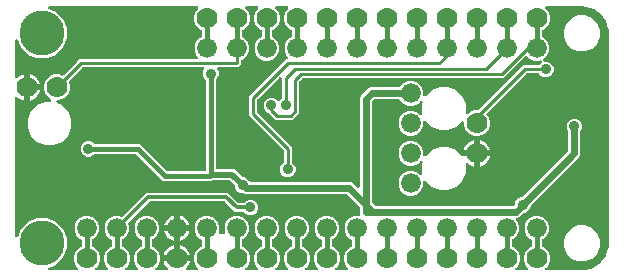
<source format=gbr>
G04 EAGLE Gerber RS-274X export*
G75*
%MOMM*%
%FSLAX34Y34*%
%LPD*%
%INBottom Copper*%
%IPPOS*%
%AMOC8*
5,1,8,0,0,1.08239X$1,22.5*%
G01*
%ADD10C,3.810000*%
%ADD11C,1.778000*%
%ADD12C,1.676400*%
%ADD13C,0.406400*%
%ADD14C,0.906400*%
%ADD15C,0.254000*%
%ADD16C,0.304800*%
%ADD17C,0.609600*%
%ADD18C,0.508000*%

G36*
X55285Y2558D02*
X55285Y2558D01*
X55424Y2571D01*
X55443Y2578D01*
X55464Y2581D01*
X55592Y2632D01*
X55724Y2679D01*
X55740Y2690D01*
X55759Y2698D01*
X55872Y2779D01*
X55987Y2857D01*
X56000Y2873D01*
X56017Y2884D01*
X56105Y2992D01*
X56197Y3096D01*
X56206Y3114D01*
X56219Y3129D01*
X56279Y3255D01*
X56342Y3379D01*
X56346Y3399D01*
X56355Y3417D01*
X56381Y3554D01*
X56411Y3689D01*
X56411Y3710D01*
X56415Y3729D01*
X56406Y3868D01*
X56402Y4007D01*
X56396Y4027D01*
X56395Y4047D01*
X56352Y4179D01*
X56313Y4313D01*
X56303Y4330D01*
X56297Y4349D01*
X56222Y4467D01*
X56152Y4587D01*
X56133Y4608D01*
X56127Y4618D01*
X56112Y4632D01*
X56045Y4707D01*
X54240Y6513D01*
X52577Y10527D01*
X52577Y14873D01*
X54240Y18887D01*
X57313Y21960D01*
X58652Y22514D01*
X58677Y22529D01*
X58705Y22538D01*
X58815Y22608D01*
X58928Y22672D01*
X58949Y22693D01*
X58974Y22708D01*
X59063Y22803D01*
X59156Y22893D01*
X59172Y22918D01*
X59192Y22940D01*
X59255Y23054D01*
X59323Y23164D01*
X59331Y23193D01*
X59346Y23218D01*
X59378Y23344D01*
X59416Y23468D01*
X59418Y23498D01*
X59425Y23526D01*
X59435Y23687D01*
X59435Y27663D01*
X59432Y27692D01*
X59434Y27721D01*
X59412Y27849D01*
X59395Y27978D01*
X59385Y28006D01*
X59380Y28035D01*
X59326Y28153D01*
X59278Y28274D01*
X59261Y28298D01*
X59249Y28325D01*
X59168Y28426D01*
X59092Y28531D01*
X59069Y28550D01*
X59050Y28573D01*
X58947Y28651D01*
X58847Y28734D01*
X58820Y28747D01*
X58796Y28764D01*
X58652Y28835D01*
X57601Y29271D01*
X54671Y32201D01*
X53085Y36028D01*
X53085Y40172D01*
X54671Y43999D01*
X57601Y46929D01*
X61428Y48515D01*
X65572Y48515D01*
X69399Y46929D01*
X72329Y43999D01*
X73915Y40172D01*
X73915Y36028D01*
X72329Y32201D01*
X69399Y29271D01*
X68348Y28835D01*
X68323Y28821D01*
X68295Y28812D01*
X68185Y28742D01*
X68072Y28678D01*
X68051Y28657D01*
X68026Y28642D01*
X67937Y28547D01*
X67844Y28457D01*
X67828Y28431D01*
X67808Y28410D01*
X67745Y28296D01*
X67677Y28185D01*
X67669Y28157D01*
X67654Y28131D01*
X67622Y28006D01*
X67584Y27882D01*
X67582Y27852D01*
X67575Y27823D01*
X67565Y27663D01*
X67565Y23687D01*
X67568Y23658D01*
X67566Y23628D01*
X67588Y23500D01*
X67605Y23372D01*
X67615Y23344D01*
X67620Y23315D01*
X67674Y23196D01*
X67722Y23076D01*
X67739Y23052D01*
X67751Y23025D01*
X67832Y22924D01*
X67908Y22819D01*
X67931Y22800D01*
X67950Y22777D01*
X68053Y22699D01*
X68153Y22616D01*
X68180Y22603D01*
X68204Y22585D01*
X68348Y22514D01*
X69687Y21960D01*
X72760Y18887D01*
X74423Y14873D01*
X74423Y10527D01*
X72760Y6513D01*
X70955Y4707D01*
X70869Y4598D01*
X70781Y4491D01*
X70772Y4472D01*
X70760Y4456D01*
X70704Y4328D01*
X70645Y4203D01*
X70641Y4183D01*
X70633Y4164D01*
X70611Y4026D01*
X70585Y3890D01*
X70587Y3870D01*
X70583Y3850D01*
X70596Y3711D01*
X70605Y3573D01*
X70611Y3554D01*
X70613Y3534D01*
X70660Y3402D01*
X70703Y3271D01*
X70714Y3253D01*
X70721Y3234D01*
X70799Y3119D01*
X70873Y3002D01*
X70888Y2988D01*
X70899Y2971D01*
X71004Y2879D01*
X71105Y2784D01*
X71123Y2774D01*
X71138Y2761D01*
X71262Y2697D01*
X71383Y2630D01*
X71403Y2625D01*
X71421Y2616D01*
X71557Y2586D01*
X71691Y2551D01*
X71719Y2549D01*
X71731Y2546D01*
X71752Y2547D01*
X71852Y2541D01*
X80548Y2541D01*
X80685Y2558D01*
X80824Y2571D01*
X80843Y2578D01*
X80864Y2581D01*
X80992Y2632D01*
X81124Y2679D01*
X81140Y2690D01*
X81159Y2698D01*
X81272Y2779D01*
X81387Y2857D01*
X81400Y2873D01*
X81417Y2884D01*
X81505Y2992D01*
X81597Y3096D01*
X81606Y3114D01*
X81619Y3129D01*
X81679Y3255D01*
X81742Y3379D01*
X81746Y3399D01*
X81755Y3417D01*
X81781Y3554D01*
X81811Y3689D01*
X81811Y3710D01*
X81815Y3729D01*
X81806Y3868D01*
X81802Y4007D01*
X81796Y4027D01*
X81795Y4047D01*
X81752Y4179D01*
X81713Y4313D01*
X81703Y4330D01*
X81697Y4349D01*
X81622Y4467D01*
X81552Y4587D01*
X81533Y4608D01*
X81527Y4618D01*
X81512Y4632D01*
X81445Y4707D01*
X79640Y6513D01*
X77977Y10527D01*
X77977Y14873D01*
X79640Y18887D01*
X82713Y21960D01*
X84052Y22514D01*
X84077Y22529D01*
X84105Y22538D01*
X84215Y22608D01*
X84328Y22672D01*
X84349Y22693D01*
X84374Y22708D01*
X84463Y22803D01*
X84556Y22893D01*
X84572Y22918D01*
X84592Y22940D01*
X84655Y23054D01*
X84723Y23164D01*
X84731Y23193D01*
X84746Y23218D01*
X84778Y23344D01*
X84816Y23468D01*
X84818Y23498D01*
X84825Y23526D01*
X84835Y23687D01*
X84835Y27663D01*
X84832Y27692D01*
X84834Y27721D01*
X84812Y27849D01*
X84795Y27978D01*
X84785Y28006D01*
X84780Y28035D01*
X84726Y28153D01*
X84678Y28274D01*
X84661Y28298D01*
X84649Y28325D01*
X84568Y28426D01*
X84492Y28531D01*
X84469Y28550D01*
X84450Y28573D01*
X84347Y28651D01*
X84247Y28734D01*
X84220Y28747D01*
X84196Y28764D01*
X84052Y28835D01*
X83001Y29271D01*
X80071Y32201D01*
X78485Y36028D01*
X78485Y40172D01*
X80071Y43999D01*
X83001Y46929D01*
X86828Y48515D01*
X90972Y48515D01*
X92531Y47869D01*
X92559Y47861D01*
X92586Y47848D01*
X92712Y47819D01*
X92838Y47785D01*
X92867Y47784D01*
X92896Y47778D01*
X93026Y47782D01*
X93156Y47780D01*
X93184Y47787D01*
X93214Y47788D01*
X93338Y47824D01*
X93465Y47854D01*
X93491Y47868D01*
X93519Y47876D01*
X93631Y47942D01*
X93746Y48003D01*
X93768Y48023D01*
X93793Y48038D01*
X93914Y48144D01*
X102752Y56981D01*
X114097Y68327D01*
X183083Y68327D01*
X191601Y59808D01*
X191680Y59748D01*
X191752Y59680D01*
X191805Y59651D01*
X191853Y59614D01*
X191944Y59574D01*
X192030Y59526D01*
X192089Y59511D01*
X192145Y59487D01*
X192243Y59472D01*
X192338Y59447D01*
X192438Y59441D01*
X192459Y59437D01*
X192471Y59439D01*
X192499Y59437D01*
X195677Y59437D01*
X195775Y59449D01*
X195874Y59452D01*
X195932Y59469D01*
X195993Y59477D01*
X196085Y59513D01*
X196180Y59541D01*
X196232Y59571D01*
X196288Y59594D01*
X196368Y59652D01*
X196454Y59702D01*
X196529Y59768D01*
X196546Y59780D01*
X196553Y59790D01*
X196575Y59808D01*
X198211Y61445D01*
X200624Y62445D01*
X203236Y62445D01*
X205649Y61445D01*
X207495Y59599D01*
X208495Y57186D01*
X208495Y54574D01*
X207495Y52161D01*
X205649Y50315D01*
X203236Y49315D01*
X200624Y49315D01*
X198211Y50315D01*
X196575Y51952D01*
X196496Y52012D01*
X196424Y52080D01*
X196371Y52109D01*
X196323Y52146D01*
X196232Y52186D01*
X196146Y52234D01*
X196087Y52249D01*
X196031Y52273D01*
X195933Y52288D01*
X195838Y52313D01*
X195738Y52319D01*
X195717Y52323D01*
X195705Y52321D01*
X195677Y52323D01*
X189027Y52323D01*
X180509Y60842D01*
X180430Y60902D01*
X180358Y60970D01*
X180305Y60999D01*
X180257Y61036D01*
X180166Y61076D01*
X180080Y61124D01*
X180021Y61139D01*
X179965Y61163D01*
X179867Y61178D01*
X179772Y61203D01*
X179672Y61209D01*
X179651Y61213D01*
X179639Y61211D01*
X179611Y61213D01*
X117569Y61213D01*
X117471Y61201D01*
X117372Y61198D01*
X117314Y61181D01*
X117253Y61173D01*
X117161Y61137D01*
X117066Y61109D01*
X117014Y61079D01*
X116958Y61056D01*
X116878Y60998D01*
X116792Y60948D01*
X116717Y60882D01*
X116700Y60870D01*
X116693Y60860D01*
X116671Y60842D01*
X107781Y51952D01*
X98944Y43114D01*
X98926Y43091D01*
X98903Y43072D01*
X98829Y42965D01*
X98749Y42863D01*
X98737Y42836D01*
X98720Y42812D01*
X98674Y42690D01*
X98623Y42571D01*
X98618Y42542D01*
X98608Y42514D01*
X98593Y42385D01*
X98573Y42257D01*
X98576Y42227D01*
X98572Y42198D01*
X98591Y42070D01*
X98603Y41940D01*
X98613Y41912D01*
X98617Y41883D01*
X98669Y41731D01*
X99315Y40172D01*
X99315Y36028D01*
X97729Y32201D01*
X94799Y29271D01*
X93748Y28835D01*
X93723Y28821D01*
X93695Y28812D01*
X93585Y28742D01*
X93472Y28678D01*
X93451Y28657D01*
X93426Y28642D01*
X93337Y28547D01*
X93244Y28457D01*
X93228Y28431D01*
X93208Y28410D01*
X93145Y28296D01*
X93077Y28185D01*
X93069Y28157D01*
X93054Y28131D01*
X93022Y28006D01*
X92984Y27882D01*
X92982Y27852D01*
X92975Y27823D01*
X92965Y27663D01*
X92965Y23687D01*
X92968Y23658D01*
X92966Y23628D01*
X92988Y23500D01*
X93005Y23372D01*
X93015Y23344D01*
X93020Y23315D01*
X93074Y23196D01*
X93122Y23076D01*
X93139Y23052D01*
X93151Y23025D01*
X93232Y22924D01*
X93308Y22819D01*
X93331Y22800D01*
X93350Y22777D01*
X93453Y22699D01*
X93553Y22616D01*
X93580Y22603D01*
X93604Y22585D01*
X93748Y22514D01*
X95087Y21960D01*
X98160Y18887D01*
X99823Y14873D01*
X99823Y10527D01*
X98160Y6513D01*
X96355Y4707D01*
X96269Y4598D01*
X96181Y4491D01*
X96172Y4472D01*
X96160Y4456D01*
X96104Y4328D01*
X96045Y4203D01*
X96041Y4183D01*
X96033Y4164D01*
X96011Y4026D01*
X95985Y3890D01*
X95987Y3870D01*
X95983Y3850D01*
X95996Y3711D01*
X96005Y3573D01*
X96011Y3554D01*
X96013Y3534D01*
X96060Y3402D01*
X96103Y3271D01*
X96114Y3253D01*
X96121Y3234D01*
X96199Y3119D01*
X96273Y3002D01*
X96288Y2988D01*
X96299Y2971D01*
X96404Y2879D01*
X96505Y2784D01*
X96523Y2774D01*
X96538Y2761D01*
X96662Y2697D01*
X96783Y2630D01*
X96803Y2625D01*
X96821Y2616D01*
X96957Y2586D01*
X97091Y2551D01*
X97119Y2549D01*
X97131Y2546D01*
X97152Y2547D01*
X97252Y2541D01*
X105948Y2541D01*
X106085Y2558D01*
X106224Y2571D01*
X106243Y2578D01*
X106264Y2581D01*
X106392Y2632D01*
X106524Y2679D01*
X106540Y2690D01*
X106559Y2698D01*
X106672Y2779D01*
X106787Y2857D01*
X106800Y2873D01*
X106817Y2884D01*
X106905Y2992D01*
X106997Y3096D01*
X107006Y3114D01*
X107019Y3129D01*
X107079Y3255D01*
X107142Y3379D01*
X107146Y3399D01*
X107155Y3417D01*
X107181Y3554D01*
X107211Y3689D01*
X107211Y3710D01*
X107215Y3729D01*
X107206Y3868D01*
X107202Y4007D01*
X107196Y4027D01*
X107195Y4047D01*
X107152Y4179D01*
X107113Y4313D01*
X107103Y4330D01*
X107097Y4349D01*
X107022Y4467D01*
X106952Y4587D01*
X106933Y4608D01*
X106927Y4618D01*
X106912Y4632D01*
X106845Y4707D01*
X105040Y6513D01*
X103377Y10527D01*
X103377Y14873D01*
X105040Y18887D01*
X108113Y21960D01*
X109452Y22514D01*
X109477Y22529D01*
X109505Y22538D01*
X109615Y22608D01*
X109728Y22672D01*
X109749Y22693D01*
X109774Y22708D01*
X109863Y22803D01*
X109956Y22893D01*
X109972Y22918D01*
X109992Y22940D01*
X110055Y23054D01*
X110123Y23164D01*
X110131Y23193D01*
X110146Y23218D01*
X110178Y23344D01*
X110216Y23468D01*
X110218Y23498D01*
X110225Y23526D01*
X110235Y23687D01*
X110235Y27663D01*
X110232Y27692D01*
X110234Y27721D01*
X110212Y27849D01*
X110195Y27978D01*
X110185Y28006D01*
X110180Y28035D01*
X110126Y28153D01*
X110078Y28274D01*
X110061Y28298D01*
X110049Y28325D01*
X109968Y28426D01*
X109892Y28531D01*
X109869Y28550D01*
X109850Y28573D01*
X109747Y28651D01*
X109647Y28734D01*
X109620Y28747D01*
X109596Y28764D01*
X109452Y28835D01*
X108401Y29271D01*
X105471Y32201D01*
X103885Y36028D01*
X103885Y40172D01*
X105471Y43999D01*
X108401Y46929D01*
X112228Y48515D01*
X116372Y48515D01*
X120199Y46929D01*
X123129Y43999D01*
X124715Y40172D01*
X124715Y36028D01*
X123129Y32201D01*
X120199Y29271D01*
X119148Y28835D01*
X119123Y28821D01*
X119095Y28812D01*
X118985Y28742D01*
X118872Y28678D01*
X118851Y28657D01*
X118826Y28642D01*
X118737Y28547D01*
X118644Y28457D01*
X118628Y28431D01*
X118608Y28410D01*
X118545Y28296D01*
X118477Y28185D01*
X118469Y28157D01*
X118454Y28131D01*
X118422Y28006D01*
X118384Y27882D01*
X118382Y27852D01*
X118375Y27823D01*
X118365Y27663D01*
X118365Y23687D01*
X118368Y23658D01*
X118366Y23628D01*
X118388Y23500D01*
X118405Y23372D01*
X118415Y23344D01*
X118420Y23315D01*
X118474Y23196D01*
X118522Y23076D01*
X118539Y23052D01*
X118551Y23025D01*
X118632Y22924D01*
X118708Y22819D01*
X118731Y22800D01*
X118750Y22777D01*
X118853Y22699D01*
X118953Y22616D01*
X118980Y22603D01*
X119004Y22585D01*
X119148Y22514D01*
X120487Y21960D01*
X123560Y18887D01*
X125223Y14873D01*
X125223Y10527D01*
X123560Y6513D01*
X121755Y4707D01*
X121669Y4598D01*
X121581Y4491D01*
X121572Y4472D01*
X121560Y4456D01*
X121504Y4328D01*
X121445Y4203D01*
X121441Y4183D01*
X121433Y4164D01*
X121411Y4026D01*
X121385Y3890D01*
X121387Y3870D01*
X121383Y3850D01*
X121396Y3711D01*
X121405Y3573D01*
X121411Y3554D01*
X121413Y3534D01*
X121460Y3402D01*
X121503Y3271D01*
X121514Y3253D01*
X121521Y3234D01*
X121599Y3119D01*
X121673Y3002D01*
X121688Y2988D01*
X121699Y2971D01*
X121804Y2879D01*
X121905Y2784D01*
X121923Y2774D01*
X121938Y2761D01*
X122062Y2697D01*
X122183Y2630D01*
X122203Y2625D01*
X122221Y2616D01*
X122357Y2586D01*
X122491Y2551D01*
X122519Y2549D01*
X122531Y2546D01*
X122552Y2547D01*
X122652Y2541D01*
X130630Y2541D01*
X130768Y2558D01*
X130906Y2571D01*
X130925Y2578D01*
X130945Y2581D01*
X131075Y2632D01*
X131205Y2679D01*
X131222Y2690D01*
X131241Y2698D01*
X131353Y2779D01*
X131468Y2857D01*
X131482Y2873D01*
X131498Y2884D01*
X131587Y2992D01*
X131679Y3096D01*
X131688Y3114D01*
X131701Y3129D01*
X131760Y3255D01*
X131823Y3379D01*
X131828Y3399D01*
X131836Y3417D01*
X131862Y3553D01*
X131893Y3689D01*
X131892Y3710D01*
X131896Y3729D01*
X131888Y3868D01*
X131883Y4007D01*
X131878Y4027D01*
X131876Y4047D01*
X131834Y4179D01*
X131795Y4313D01*
X131785Y4330D01*
X131778Y4349D01*
X131704Y4467D01*
X131633Y4587D01*
X131615Y4608D01*
X131608Y4618D01*
X131593Y4632D01*
X131527Y4708D01*
X130981Y5253D01*
X129923Y6709D01*
X129107Y8312D01*
X128551Y10023D01*
X128523Y10201D01*
X138470Y10201D01*
X138588Y10216D01*
X138707Y10223D01*
X138745Y10235D01*
X138785Y10241D01*
X138896Y10284D01*
X139009Y10321D01*
X139043Y10343D01*
X139081Y10358D01*
X139177Y10427D01*
X139278Y10491D01*
X139306Y10521D01*
X139338Y10544D01*
X139414Y10636D01*
X139496Y10723D01*
X139515Y10758D01*
X139541Y10789D01*
X139592Y10897D01*
X139649Y11001D01*
X139659Y11041D01*
X139677Y11077D01*
X139697Y11184D01*
X139701Y11154D01*
X139745Y11044D01*
X139781Y10931D01*
X139803Y10896D01*
X139818Y10859D01*
X139888Y10762D01*
X139951Y10662D01*
X139981Y10634D01*
X140005Y10601D01*
X140096Y10525D01*
X140183Y10444D01*
X140218Y10424D01*
X140250Y10399D01*
X140357Y10348D01*
X140462Y10290D01*
X140501Y10280D01*
X140537Y10263D01*
X140654Y10241D01*
X140770Y10211D01*
X140830Y10207D01*
X140850Y10203D01*
X140870Y10205D01*
X140930Y10201D01*
X150877Y10201D01*
X150849Y10023D01*
X150293Y8312D01*
X149477Y6709D01*
X148419Y5253D01*
X147873Y4708D01*
X147788Y4598D01*
X147699Y4491D01*
X147690Y4472D01*
X147678Y4456D01*
X147623Y4328D01*
X147564Y4203D01*
X147560Y4183D01*
X147552Y4164D01*
X147530Y4026D01*
X147504Y3890D01*
X147505Y3870D01*
X147502Y3850D01*
X147515Y3711D01*
X147524Y3573D01*
X147530Y3554D01*
X147532Y3534D01*
X147579Y3403D01*
X147622Y3271D01*
X147632Y3253D01*
X147639Y3234D01*
X147717Y3120D01*
X147792Y3002D01*
X147806Y2988D01*
X147818Y2971D01*
X147922Y2879D01*
X148023Y2784D01*
X148041Y2774D01*
X148056Y2761D01*
X148180Y2698D01*
X148302Y2630D01*
X148321Y2625D01*
X148339Y2616D01*
X148475Y2586D01*
X148610Y2551D01*
X148638Y2549D01*
X148650Y2546D01*
X148670Y2547D01*
X148770Y2541D01*
X156748Y2541D01*
X156885Y2558D01*
X157024Y2571D01*
X157043Y2578D01*
X157064Y2581D01*
X157192Y2632D01*
X157324Y2679D01*
X157340Y2690D01*
X157359Y2698D01*
X157472Y2779D01*
X157587Y2857D01*
X157600Y2873D01*
X157617Y2884D01*
X157705Y2992D01*
X157797Y3096D01*
X157806Y3114D01*
X157819Y3129D01*
X157879Y3255D01*
X157942Y3379D01*
X157946Y3399D01*
X157955Y3417D01*
X157981Y3554D01*
X158011Y3689D01*
X158011Y3710D01*
X158015Y3729D01*
X158006Y3868D01*
X158002Y4007D01*
X157996Y4027D01*
X157995Y4047D01*
X157952Y4179D01*
X157913Y4313D01*
X157903Y4330D01*
X157897Y4349D01*
X157822Y4467D01*
X157752Y4587D01*
X157733Y4608D01*
X157727Y4618D01*
X157712Y4632D01*
X157645Y4707D01*
X155840Y6513D01*
X154177Y10527D01*
X154177Y14873D01*
X155840Y18887D01*
X158913Y21960D01*
X160252Y22514D01*
X160277Y22529D01*
X160305Y22538D01*
X160415Y22608D01*
X160528Y22672D01*
X160549Y22693D01*
X160574Y22708D01*
X160663Y22803D01*
X160756Y22893D01*
X160772Y22918D01*
X160792Y22940D01*
X160855Y23054D01*
X160923Y23164D01*
X160931Y23193D01*
X160946Y23218D01*
X160978Y23344D01*
X161016Y23468D01*
X161018Y23498D01*
X161025Y23526D01*
X161035Y23687D01*
X161035Y27663D01*
X161032Y27692D01*
X161034Y27721D01*
X161012Y27849D01*
X160995Y27978D01*
X160985Y28006D01*
X160980Y28035D01*
X160926Y28153D01*
X160878Y28274D01*
X160861Y28298D01*
X160849Y28325D01*
X160768Y28426D01*
X160692Y28531D01*
X160669Y28550D01*
X160650Y28573D01*
X160547Y28651D01*
X160447Y28734D01*
X160420Y28747D01*
X160396Y28764D01*
X160252Y28835D01*
X159201Y29271D01*
X156271Y32201D01*
X154685Y36028D01*
X154685Y40172D01*
X156271Y43999D01*
X159201Y46929D01*
X163028Y48515D01*
X167172Y48515D01*
X170999Y46929D01*
X173929Y43999D01*
X175515Y40172D01*
X175515Y36028D01*
X174996Y34776D01*
X174983Y34728D01*
X174962Y34683D01*
X174941Y34575D01*
X174912Y34469D01*
X174911Y34419D01*
X174902Y34370D01*
X174909Y34261D01*
X174907Y34151D01*
X174918Y34103D01*
X174922Y34053D01*
X174955Y33949D01*
X174981Y33842D01*
X175004Y33798D01*
X175020Y33751D01*
X175078Y33658D01*
X175130Y33561D01*
X175163Y33524D01*
X175190Y33482D01*
X175270Y33407D01*
X175344Y33325D01*
X175385Y33298D01*
X175421Y33264D01*
X175518Y33211D01*
X175609Y33151D01*
X175656Y33134D01*
X175700Y33110D01*
X175806Y33083D01*
X175910Y33047D01*
X175960Y33043D01*
X176008Y33031D01*
X176168Y33021D01*
X179432Y33021D01*
X179481Y33027D01*
X179530Y33025D01*
X179638Y33047D01*
X179747Y33061D01*
X179793Y33079D01*
X179842Y33089D01*
X179940Y33137D01*
X180043Y33178D01*
X180083Y33207D01*
X180128Y33229D01*
X180211Y33300D01*
X180300Y33364D01*
X180332Y33403D01*
X180370Y33435D01*
X180433Y33525D01*
X180503Y33609D01*
X180524Y33654D01*
X180553Y33695D01*
X180592Y33798D01*
X180638Y33897D01*
X180648Y33946D01*
X180665Y33992D01*
X180678Y34102D01*
X180698Y34209D01*
X180695Y34259D01*
X180701Y34308D01*
X180685Y34417D01*
X180678Y34527D01*
X180663Y34574D01*
X180656Y34623D01*
X180604Y34776D01*
X180085Y36028D01*
X180085Y40172D01*
X181671Y43999D01*
X184601Y46929D01*
X188428Y48515D01*
X192572Y48515D01*
X196399Y46929D01*
X199329Y43999D01*
X200915Y40172D01*
X200915Y36028D01*
X199329Y32201D01*
X196399Y29271D01*
X195348Y28835D01*
X195323Y28821D01*
X195295Y28812D01*
X195185Y28742D01*
X195072Y28678D01*
X195051Y28657D01*
X195026Y28642D01*
X194937Y28547D01*
X194844Y28457D01*
X194828Y28431D01*
X194808Y28410D01*
X194745Y28296D01*
X194677Y28185D01*
X194669Y28157D01*
X194654Y28131D01*
X194622Y28006D01*
X194584Y27882D01*
X194582Y27852D01*
X194575Y27823D01*
X194565Y27663D01*
X194565Y23687D01*
X194568Y23658D01*
X194566Y23628D01*
X194588Y23500D01*
X194605Y23372D01*
X194615Y23344D01*
X194620Y23315D01*
X194674Y23196D01*
X194722Y23076D01*
X194739Y23052D01*
X194751Y23025D01*
X194832Y22924D01*
X194908Y22819D01*
X194931Y22800D01*
X194950Y22777D01*
X195053Y22699D01*
X195153Y22616D01*
X195180Y22603D01*
X195204Y22585D01*
X195348Y22514D01*
X196687Y21960D01*
X199760Y18887D01*
X201423Y14873D01*
X201423Y10527D01*
X199760Y6513D01*
X197955Y4707D01*
X197869Y4598D01*
X197781Y4491D01*
X197772Y4472D01*
X197760Y4456D01*
X197704Y4328D01*
X197645Y4203D01*
X197641Y4183D01*
X197633Y4164D01*
X197611Y4026D01*
X197585Y3890D01*
X197587Y3870D01*
X197583Y3850D01*
X197596Y3711D01*
X197605Y3573D01*
X197611Y3554D01*
X197613Y3534D01*
X197660Y3402D01*
X197703Y3271D01*
X197714Y3253D01*
X197721Y3234D01*
X197799Y3119D01*
X197873Y3002D01*
X197888Y2988D01*
X197899Y2971D01*
X198004Y2879D01*
X198105Y2784D01*
X198123Y2774D01*
X198138Y2761D01*
X198262Y2697D01*
X198383Y2630D01*
X198403Y2625D01*
X198421Y2616D01*
X198557Y2586D01*
X198691Y2551D01*
X198719Y2549D01*
X198731Y2546D01*
X198752Y2547D01*
X198852Y2541D01*
X207548Y2541D01*
X207685Y2558D01*
X207824Y2571D01*
X207843Y2578D01*
X207864Y2581D01*
X207992Y2632D01*
X208124Y2679D01*
X208140Y2690D01*
X208159Y2698D01*
X208272Y2779D01*
X208387Y2857D01*
X208400Y2873D01*
X208417Y2884D01*
X208505Y2992D01*
X208597Y3096D01*
X208606Y3114D01*
X208619Y3129D01*
X208679Y3255D01*
X208742Y3379D01*
X208746Y3399D01*
X208755Y3417D01*
X208781Y3554D01*
X208811Y3689D01*
X208811Y3710D01*
X208815Y3729D01*
X208806Y3868D01*
X208802Y4007D01*
X208796Y4027D01*
X208795Y4047D01*
X208752Y4179D01*
X208713Y4313D01*
X208703Y4330D01*
X208697Y4349D01*
X208622Y4467D01*
X208552Y4587D01*
X208533Y4608D01*
X208527Y4618D01*
X208512Y4632D01*
X208445Y4707D01*
X206640Y6513D01*
X204977Y10527D01*
X204977Y14873D01*
X206640Y18887D01*
X209713Y21960D01*
X211052Y22514D01*
X211077Y22529D01*
X211105Y22538D01*
X211215Y22608D01*
X211328Y22672D01*
X211349Y22693D01*
X211374Y22708D01*
X211463Y22803D01*
X211556Y22893D01*
X211572Y22918D01*
X211592Y22940D01*
X211655Y23054D01*
X211723Y23164D01*
X211731Y23193D01*
X211746Y23218D01*
X211778Y23344D01*
X211816Y23468D01*
X211818Y23498D01*
X211825Y23526D01*
X211835Y23687D01*
X211835Y27663D01*
X211832Y27692D01*
X211834Y27721D01*
X211812Y27849D01*
X211795Y27978D01*
X211785Y28006D01*
X211780Y28035D01*
X211726Y28153D01*
X211678Y28274D01*
X211661Y28298D01*
X211649Y28325D01*
X211568Y28426D01*
X211492Y28531D01*
X211469Y28550D01*
X211450Y28573D01*
X211347Y28651D01*
X211247Y28734D01*
X211220Y28747D01*
X211196Y28764D01*
X211052Y28835D01*
X210001Y29271D01*
X207071Y32201D01*
X205485Y36028D01*
X205485Y40172D01*
X207071Y43999D01*
X210001Y46929D01*
X213828Y48515D01*
X217972Y48515D01*
X221799Y46929D01*
X224729Y43999D01*
X226315Y40172D01*
X226315Y36028D01*
X224729Y32201D01*
X221799Y29271D01*
X220748Y28835D01*
X220723Y28821D01*
X220695Y28812D01*
X220585Y28742D01*
X220472Y28678D01*
X220451Y28657D01*
X220426Y28642D01*
X220337Y28547D01*
X220244Y28457D01*
X220228Y28431D01*
X220208Y28410D01*
X220145Y28296D01*
X220077Y28185D01*
X220069Y28157D01*
X220054Y28131D01*
X220022Y28006D01*
X219984Y27882D01*
X219982Y27852D01*
X219975Y27823D01*
X219965Y27663D01*
X219965Y23687D01*
X219968Y23658D01*
X219966Y23628D01*
X219988Y23500D01*
X220005Y23372D01*
X220015Y23344D01*
X220020Y23315D01*
X220074Y23196D01*
X220122Y23076D01*
X220139Y23052D01*
X220151Y23025D01*
X220232Y22924D01*
X220308Y22819D01*
X220331Y22800D01*
X220350Y22777D01*
X220453Y22699D01*
X220553Y22616D01*
X220580Y22603D01*
X220604Y22585D01*
X220748Y22514D01*
X222087Y21960D01*
X225160Y18887D01*
X226823Y14873D01*
X226823Y10527D01*
X225160Y6513D01*
X223355Y4707D01*
X223269Y4598D01*
X223181Y4491D01*
X223172Y4472D01*
X223160Y4456D01*
X223104Y4328D01*
X223045Y4203D01*
X223041Y4183D01*
X223033Y4164D01*
X223011Y4026D01*
X222985Y3890D01*
X222987Y3870D01*
X222983Y3850D01*
X222996Y3711D01*
X223005Y3573D01*
X223011Y3554D01*
X223013Y3534D01*
X223060Y3402D01*
X223103Y3271D01*
X223114Y3253D01*
X223121Y3234D01*
X223199Y3119D01*
X223273Y3002D01*
X223288Y2988D01*
X223299Y2971D01*
X223404Y2879D01*
X223505Y2784D01*
X223523Y2774D01*
X223538Y2761D01*
X223662Y2697D01*
X223783Y2630D01*
X223803Y2625D01*
X223821Y2616D01*
X223957Y2586D01*
X224091Y2551D01*
X224119Y2549D01*
X224131Y2546D01*
X224152Y2547D01*
X224252Y2541D01*
X232948Y2541D01*
X233085Y2558D01*
X233224Y2571D01*
X233243Y2578D01*
X233264Y2581D01*
X233392Y2632D01*
X233524Y2679D01*
X233540Y2690D01*
X233559Y2698D01*
X233672Y2779D01*
X233787Y2857D01*
X233800Y2873D01*
X233817Y2884D01*
X233905Y2992D01*
X233997Y3096D01*
X234006Y3114D01*
X234019Y3129D01*
X234079Y3255D01*
X234142Y3379D01*
X234146Y3399D01*
X234155Y3417D01*
X234181Y3554D01*
X234211Y3689D01*
X234211Y3710D01*
X234215Y3729D01*
X234206Y3868D01*
X234202Y4007D01*
X234196Y4027D01*
X234195Y4047D01*
X234152Y4179D01*
X234113Y4313D01*
X234103Y4330D01*
X234097Y4349D01*
X234022Y4467D01*
X233952Y4587D01*
X233933Y4608D01*
X233927Y4618D01*
X233912Y4632D01*
X233845Y4707D01*
X232040Y6513D01*
X230377Y10527D01*
X230377Y14873D01*
X232040Y18887D01*
X235113Y21960D01*
X236452Y22514D01*
X236477Y22529D01*
X236505Y22538D01*
X236615Y22608D01*
X236728Y22672D01*
X236749Y22693D01*
X236774Y22708D01*
X236863Y22803D01*
X236956Y22893D01*
X236972Y22918D01*
X236992Y22940D01*
X237055Y23054D01*
X237123Y23164D01*
X237131Y23193D01*
X237146Y23218D01*
X237178Y23344D01*
X237216Y23468D01*
X237218Y23498D01*
X237225Y23526D01*
X237235Y23687D01*
X237235Y27663D01*
X237232Y27692D01*
X237234Y27721D01*
X237212Y27849D01*
X237195Y27978D01*
X237185Y28006D01*
X237180Y28035D01*
X237126Y28153D01*
X237078Y28274D01*
X237061Y28298D01*
X237049Y28325D01*
X236968Y28426D01*
X236892Y28531D01*
X236869Y28550D01*
X236850Y28573D01*
X236747Y28651D01*
X236647Y28734D01*
X236620Y28747D01*
X236596Y28764D01*
X236452Y28835D01*
X235401Y29271D01*
X232471Y32201D01*
X230885Y36028D01*
X230885Y40172D01*
X232471Y43999D01*
X235401Y46929D01*
X239228Y48515D01*
X243372Y48515D01*
X247199Y46929D01*
X250129Y43999D01*
X251715Y40172D01*
X251715Y36028D01*
X250129Y32201D01*
X247199Y29271D01*
X246148Y28835D01*
X246123Y28821D01*
X246095Y28812D01*
X245985Y28742D01*
X245872Y28678D01*
X245851Y28657D01*
X245826Y28642D01*
X245737Y28547D01*
X245644Y28457D01*
X245628Y28431D01*
X245608Y28410D01*
X245545Y28296D01*
X245477Y28185D01*
X245469Y28157D01*
X245454Y28131D01*
X245422Y28006D01*
X245384Y27882D01*
X245382Y27852D01*
X245375Y27823D01*
X245365Y27663D01*
X245365Y23687D01*
X245368Y23658D01*
X245366Y23628D01*
X245388Y23500D01*
X245405Y23372D01*
X245415Y23344D01*
X245420Y23315D01*
X245474Y23196D01*
X245522Y23076D01*
X245539Y23052D01*
X245551Y23025D01*
X245632Y22924D01*
X245708Y22819D01*
X245731Y22800D01*
X245750Y22777D01*
X245853Y22699D01*
X245953Y22616D01*
X245980Y22603D01*
X246004Y22585D01*
X246148Y22514D01*
X247487Y21960D01*
X250560Y18887D01*
X252223Y14873D01*
X252223Y10527D01*
X250560Y6513D01*
X248755Y4707D01*
X248669Y4598D01*
X248581Y4491D01*
X248572Y4472D01*
X248560Y4456D01*
X248504Y4328D01*
X248445Y4203D01*
X248441Y4183D01*
X248433Y4164D01*
X248411Y4026D01*
X248385Y3890D01*
X248387Y3870D01*
X248383Y3850D01*
X248396Y3711D01*
X248405Y3573D01*
X248411Y3554D01*
X248413Y3534D01*
X248460Y3402D01*
X248503Y3271D01*
X248514Y3253D01*
X248521Y3234D01*
X248599Y3119D01*
X248673Y3002D01*
X248688Y2988D01*
X248699Y2971D01*
X248804Y2879D01*
X248905Y2784D01*
X248923Y2774D01*
X248938Y2761D01*
X249062Y2697D01*
X249183Y2630D01*
X249203Y2625D01*
X249221Y2616D01*
X249357Y2586D01*
X249491Y2551D01*
X249519Y2549D01*
X249531Y2546D01*
X249552Y2547D01*
X249652Y2541D01*
X258348Y2541D01*
X258485Y2558D01*
X258624Y2571D01*
X258643Y2578D01*
X258664Y2581D01*
X258792Y2632D01*
X258924Y2679D01*
X258940Y2690D01*
X258959Y2698D01*
X259072Y2779D01*
X259187Y2857D01*
X259200Y2873D01*
X259217Y2884D01*
X259305Y2992D01*
X259397Y3096D01*
X259406Y3114D01*
X259419Y3129D01*
X259479Y3255D01*
X259542Y3379D01*
X259546Y3399D01*
X259555Y3417D01*
X259581Y3554D01*
X259611Y3689D01*
X259611Y3710D01*
X259615Y3729D01*
X259606Y3868D01*
X259602Y4007D01*
X259596Y4027D01*
X259595Y4047D01*
X259552Y4179D01*
X259513Y4313D01*
X259503Y4330D01*
X259497Y4349D01*
X259422Y4467D01*
X259352Y4587D01*
X259333Y4608D01*
X259327Y4618D01*
X259312Y4632D01*
X259245Y4707D01*
X257440Y6513D01*
X255777Y10527D01*
X255777Y14873D01*
X257440Y18887D01*
X260513Y21960D01*
X261852Y22514D01*
X261877Y22529D01*
X261905Y22538D01*
X262015Y22608D01*
X262128Y22672D01*
X262149Y22693D01*
X262174Y22708D01*
X262263Y22803D01*
X262356Y22893D01*
X262372Y22918D01*
X262392Y22940D01*
X262455Y23054D01*
X262523Y23164D01*
X262531Y23193D01*
X262546Y23218D01*
X262578Y23344D01*
X262616Y23468D01*
X262618Y23498D01*
X262625Y23526D01*
X262635Y23687D01*
X262635Y27663D01*
X262632Y27692D01*
X262634Y27721D01*
X262612Y27849D01*
X262595Y27978D01*
X262585Y28006D01*
X262580Y28035D01*
X262526Y28153D01*
X262478Y28274D01*
X262461Y28298D01*
X262449Y28325D01*
X262368Y28426D01*
X262292Y28531D01*
X262269Y28550D01*
X262250Y28573D01*
X262147Y28651D01*
X262047Y28734D01*
X262020Y28747D01*
X261996Y28764D01*
X261852Y28835D01*
X260801Y29271D01*
X257871Y32201D01*
X256285Y36028D01*
X256285Y40172D01*
X257871Y43999D01*
X260801Y46929D01*
X264628Y48515D01*
X268772Y48515D01*
X272599Y46929D01*
X275529Y43999D01*
X277115Y40172D01*
X277115Y36028D01*
X275529Y32201D01*
X272599Y29271D01*
X271548Y28835D01*
X271523Y28821D01*
X271495Y28812D01*
X271385Y28742D01*
X271272Y28678D01*
X271251Y28657D01*
X271226Y28642D01*
X271137Y28547D01*
X271044Y28457D01*
X271028Y28431D01*
X271008Y28410D01*
X270945Y28296D01*
X270877Y28185D01*
X270869Y28157D01*
X270854Y28131D01*
X270822Y28006D01*
X270784Y27882D01*
X270782Y27852D01*
X270775Y27823D01*
X270765Y27663D01*
X270765Y23687D01*
X270768Y23658D01*
X270766Y23628D01*
X270788Y23500D01*
X270805Y23372D01*
X270815Y23344D01*
X270820Y23315D01*
X270874Y23196D01*
X270922Y23076D01*
X270939Y23052D01*
X270951Y23025D01*
X271032Y22924D01*
X271108Y22819D01*
X271131Y22800D01*
X271150Y22777D01*
X271253Y22699D01*
X271353Y22616D01*
X271380Y22603D01*
X271404Y22585D01*
X271548Y22514D01*
X272887Y21960D01*
X275960Y18887D01*
X277623Y14873D01*
X277623Y10527D01*
X275960Y6513D01*
X274155Y4707D01*
X274069Y4598D01*
X273981Y4491D01*
X273972Y4472D01*
X273960Y4456D01*
X273904Y4328D01*
X273845Y4203D01*
X273841Y4183D01*
X273833Y4164D01*
X273811Y4026D01*
X273785Y3890D01*
X273787Y3870D01*
X273783Y3850D01*
X273796Y3711D01*
X273805Y3573D01*
X273811Y3554D01*
X273813Y3534D01*
X273860Y3402D01*
X273903Y3271D01*
X273914Y3253D01*
X273921Y3234D01*
X273999Y3119D01*
X274073Y3002D01*
X274088Y2988D01*
X274099Y2971D01*
X274204Y2879D01*
X274305Y2784D01*
X274323Y2774D01*
X274338Y2761D01*
X274462Y2697D01*
X274583Y2630D01*
X274603Y2625D01*
X274621Y2616D01*
X274757Y2586D01*
X274891Y2551D01*
X274919Y2549D01*
X274931Y2546D01*
X274952Y2547D01*
X275052Y2541D01*
X283748Y2541D01*
X283885Y2558D01*
X284024Y2571D01*
X284043Y2578D01*
X284064Y2581D01*
X284192Y2632D01*
X284324Y2679D01*
X284340Y2690D01*
X284359Y2698D01*
X284472Y2779D01*
X284587Y2857D01*
X284600Y2873D01*
X284617Y2884D01*
X284705Y2992D01*
X284797Y3096D01*
X284806Y3114D01*
X284819Y3129D01*
X284879Y3255D01*
X284942Y3379D01*
X284946Y3399D01*
X284955Y3417D01*
X284981Y3554D01*
X285011Y3689D01*
X285011Y3710D01*
X285015Y3729D01*
X285006Y3868D01*
X285002Y4007D01*
X284996Y4027D01*
X284995Y4047D01*
X284952Y4179D01*
X284913Y4313D01*
X284903Y4330D01*
X284897Y4349D01*
X284822Y4467D01*
X284752Y4587D01*
X284733Y4608D01*
X284727Y4618D01*
X284712Y4632D01*
X284645Y4707D01*
X282840Y6513D01*
X281177Y10527D01*
X281177Y14873D01*
X282840Y18887D01*
X285913Y21960D01*
X287252Y22514D01*
X287277Y22529D01*
X287305Y22538D01*
X287415Y22608D01*
X287528Y22672D01*
X287549Y22693D01*
X287574Y22708D01*
X287663Y22803D01*
X287756Y22893D01*
X287772Y22918D01*
X287792Y22940D01*
X287855Y23054D01*
X287923Y23164D01*
X287931Y23193D01*
X287946Y23218D01*
X287978Y23344D01*
X288016Y23468D01*
X288018Y23498D01*
X288025Y23526D01*
X288035Y23687D01*
X288035Y27663D01*
X288032Y27692D01*
X288034Y27721D01*
X288012Y27849D01*
X287995Y27978D01*
X287985Y28006D01*
X287980Y28035D01*
X287926Y28153D01*
X287878Y28274D01*
X287861Y28298D01*
X287849Y28325D01*
X287768Y28426D01*
X287692Y28531D01*
X287669Y28550D01*
X287650Y28573D01*
X287547Y28651D01*
X287447Y28734D01*
X287420Y28747D01*
X287396Y28764D01*
X287252Y28835D01*
X286201Y29271D01*
X283271Y32201D01*
X281685Y36028D01*
X281685Y40172D01*
X283271Y43999D01*
X286201Y46929D01*
X290028Y48515D01*
X293794Y48515D01*
X293843Y48521D01*
X293893Y48519D01*
X294000Y48541D01*
X294109Y48555D01*
X294156Y48573D01*
X294204Y48583D01*
X294303Y48631D01*
X294405Y48672D01*
X294445Y48701D01*
X294490Y48723D01*
X294573Y48794D01*
X294662Y48858D01*
X294694Y48897D01*
X294732Y48929D01*
X294795Y49019D01*
X294865Y49103D01*
X294886Y49148D01*
X294915Y49189D01*
X294954Y49292D01*
X295001Y49391D01*
X295010Y49440D01*
X295028Y49486D01*
X295040Y49596D01*
X295060Y49703D01*
X295057Y49753D01*
X295063Y49802D01*
X295047Y49911D01*
X295041Y50021D01*
X295025Y50068D01*
X295018Y50117D01*
X294966Y50270D01*
X294639Y51059D01*
X294639Y55790D01*
X294627Y55888D01*
X294624Y55987D01*
X294607Y56045D01*
X294599Y56105D01*
X294563Y56197D01*
X294535Y56292D01*
X294505Y56345D01*
X294482Y56401D01*
X294424Y56481D01*
X294374Y56566D01*
X294308Y56642D01*
X294296Y56658D01*
X294286Y56666D01*
X294268Y56687D01*
X284017Y66938D01*
X283939Y66998D01*
X283867Y67066D01*
X283814Y67095D01*
X283766Y67132D01*
X283675Y67172D01*
X283588Y67220D01*
X283530Y67235D01*
X283474Y67259D01*
X283376Y67274D01*
X283280Y67299D01*
X283180Y67305D01*
X283160Y67309D01*
X283148Y67307D01*
X283120Y67309D01*
X197109Y67309D01*
X195503Y67975D01*
X195494Y67977D01*
X195486Y67982D01*
X195341Y68019D01*
X195196Y68059D01*
X195187Y68059D01*
X195178Y68061D01*
X195017Y68071D01*
X194274Y68071D01*
X191861Y69071D01*
X190015Y70917D01*
X189015Y73330D01*
X189015Y74208D01*
X189003Y74306D01*
X189000Y74405D01*
X188983Y74464D01*
X188975Y74524D01*
X188939Y74616D01*
X188911Y74711D01*
X188881Y74763D01*
X188858Y74819D01*
X188800Y74899D01*
X188750Y74985D01*
X188684Y75060D01*
X188672Y75077D01*
X188662Y75085D01*
X188644Y75106D01*
X185280Y78470D01*
X185201Y78530D01*
X185129Y78598D01*
X185076Y78627D01*
X185028Y78664D01*
X184937Y78704D01*
X184851Y78752D01*
X184792Y78767D01*
X184737Y78791D01*
X184639Y78806D01*
X184543Y78831D01*
X184443Y78837D01*
X184422Y78841D01*
X184410Y78839D01*
X184382Y78841D01*
X170205Y78841D01*
X170107Y78829D01*
X170008Y78826D01*
X169950Y78809D01*
X169890Y78801D01*
X169798Y78765D01*
X169703Y78737D01*
X169651Y78707D01*
X169594Y78684D01*
X169514Y78626D01*
X169429Y78576D01*
X169353Y78510D01*
X169337Y78498D01*
X169329Y78488D01*
X169326Y78485D01*
X127856Y78485D01*
X105368Y100974D01*
X105290Y101034D01*
X105218Y101102D01*
X105165Y101131D01*
X105117Y101168D01*
X105026Y101208D01*
X104939Y101256D01*
X104881Y101271D01*
X104825Y101295D01*
X104727Y101310D01*
X104631Y101335D01*
X104531Y101341D01*
X104511Y101345D01*
X104499Y101343D01*
X104471Y101345D01*
X70515Y101345D01*
X70417Y101333D01*
X70318Y101330D01*
X70260Y101313D01*
X70199Y101305D01*
X70107Y101269D01*
X70012Y101241D01*
X69960Y101211D01*
X69904Y101188D01*
X69824Y101130D01*
X69738Y101080D01*
X69663Y101014D01*
X69646Y101002D01*
X69639Y100992D01*
X69617Y100974D01*
X68489Y99845D01*
X66076Y98845D01*
X63464Y98845D01*
X61051Y99845D01*
X59205Y101691D01*
X58205Y104104D01*
X58205Y106716D01*
X59205Y109129D01*
X61051Y110975D01*
X63464Y111975D01*
X66076Y111975D01*
X68489Y110975D01*
X69617Y109846D01*
X69696Y109786D01*
X69768Y109718D01*
X69821Y109689D01*
X69869Y109652D01*
X69960Y109612D01*
X70046Y109564D01*
X70105Y109549D01*
X70161Y109525D01*
X70259Y109510D01*
X70354Y109485D01*
X70454Y109479D01*
X70475Y109475D01*
X70487Y109477D01*
X70515Y109475D01*
X108364Y109475D01*
X130852Y86986D01*
X130930Y86926D01*
X131002Y86858D01*
X131055Y86829D01*
X131103Y86792D01*
X131194Y86752D01*
X131281Y86704D01*
X131339Y86689D01*
X131395Y86665D01*
X131493Y86650D01*
X131589Y86625D01*
X131689Y86619D01*
X131709Y86615D01*
X131721Y86617D01*
X131749Y86615D01*
X163170Y86615D01*
X163288Y86630D01*
X163407Y86637D01*
X163445Y86650D01*
X163486Y86655D01*
X163596Y86698D01*
X163709Y86735D01*
X163744Y86757D01*
X163781Y86772D01*
X163877Y86841D01*
X163978Y86905D01*
X164006Y86935D01*
X164039Y86958D01*
X164115Y87050D01*
X164196Y87137D01*
X164216Y87172D01*
X164241Y87203D01*
X164292Y87311D01*
X164350Y87415D01*
X164360Y87455D01*
X164377Y87491D01*
X164399Y87608D01*
X164429Y87723D01*
X164433Y87783D01*
X164437Y87803D01*
X164435Y87824D01*
X164439Y87884D01*
X164439Y163165D01*
X164427Y163263D01*
X164424Y163362D01*
X164407Y163420D01*
X164399Y163481D01*
X164363Y163573D01*
X164335Y163668D01*
X164305Y163720D01*
X164282Y163776D01*
X164224Y163856D01*
X164174Y163942D01*
X164108Y164017D01*
X164096Y164034D01*
X164086Y164041D01*
X164068Y164063D01*
X162939Y165191D01*
X161939Y167604D01*
X161939Y170216D01*
X162986Y172742D01*
X162999Y172790D01*
X163020Y172835D01*
X163041Y172943D01*
X163070Y173049D01*
X163071Y173099D01*
X163080Y173148D01*
X163073Y173257D01*
X163075Y173367D01*
X163063Y173415D01*
X163060Y173465D01*
X163026Y173569D01*
X163001Y173676D01*
X162977Y173720D01*
X162962Y173767D01*
X162903Y173860D01*
X162852Y173957D01*
X162819Y173994D01*
X162792Y174036D01*
X162712Y174111D01*
X162638Y174193D01*
X162597Y174220D01*
X162560Y174254D01*
X162464Y174307D01*
X162372Y174367D01*
X162325Y174384D01*
X162282Y174408D01*
X162176Y174435D01*
X162071Y174471D01*
X162022Y174475D01*
X161974Y174487D01*
X161813Y174497D01*
X60314Y174497D01*
X60216Y174485D01*
X60117Y174482D01*
X60058Y174465D01*
X59998Y174457D01*
X59906Y174421D01*
X59811Y174393D01*
X59759Y174363D01*
X59703Y174340D01*
X59623Y174282D01*
X59537Y174232D01*
X59462Y174166D01*
X59445Y174154D01*
X59437Y174144D01*
X59416Y174126D01*
X48428Y163137D01*
X48409Y163113D01*
X48387Y163094D01*
X48312Y162988D01*
X48233Y162886D01*
X48221Y162858D01*
X48204Y162834D01*
X48158Y162713D01*
X48106Y162594D01*
X48102Y162565D01*
X48091Y162537D01*
X48077Y162408D01*
X48056Y162280D01*
X48059Y162250D01*
X48056Y162221D01*
X48074Y162092D01*
X48086Y161963D01*
X48096Y161935D01*
X48100Y161906D01*
X48152Y161754D01*
X49023Y159653D01*
X49023Y155307D01*
X47360Y151293D01*
X44287Y148220D01*
X40273Y146557D01*
X39038Y146557D01*
X38969Y146549D01*
X38899Y146550D01*
X38812Y146529D01*
X38723Y146517D01*
X38658Y146492D01*
X38590Y146475D01*
X38510Y146433D01*
X38427Y146400D01*
X38371Y146359D01*
X38309Y146327D01*
X38242Y146266D01*
X38170Y146214D01*
X38125Y146160D01*
X38073Y146113D01*
X38024Y146038D01*
X37967Y145969D01*
X37937Y145905D01*
X37899Y145847D01*
X37869Y145762D01*
X37831Y145681D01*
X37818Y145612D01*
X37795Y145546D01*
X37788Y145457D01*
X37771Y145369D01*
X37776Y145299D01*
X37770Y145229D01*
X37786Y145141D01*
X37791Y145051D01*
X37813Y144985D01*
X37825Y144916D01*
X37862Y144834D01*
X37889Y144749D01*
X37927Y144690D01*
X37955Y144626D01*
X38011Y144556D01*
X38059Y144480D01*
X38110Y144432D01*
X38154Y144378D01*
X38226Y144323D01*
X38291Y144262D01*
X38352Y144228D01*
X38408Y144186D01*
X38552Y144115D01*
X42182Y142612D01*
X47362Y137432D01*
X50166Y130663D01*
X50166Y123337D01*
X47362Y116568D01*
X42182Y111388D01*
X35413Y108584D01*
X28087Y108584D01*
X21318Y111388D01*
X16138Y116568D01*
X13334Y123337D01*
X13334Y130663D01*
X16138Y137432D01*
X21318Y142612D01*
X28087Y145416D01*
X32302Y145416D01*
X32372Y145424D01*
X32441Y145423D01*
X32529Y145444D01*
X32618Y145456D01*
X32683Y145481D01*
X32751Y145498D01*
X32830Y145540D01*
X32914Y145573D01*
X32970Y145614D01*
X33032Y145646D01*
X33098Y145707D01*
X33171Y145759D01*
X33215Y145813D01*
X33267Y145860D01*
X33316Y145935D01*
X33374Y146004D01*
X33403Y146068D01*
X33442Y146126D01*
X33471Y146211D01*
X33509Y146292D01*
X33522Y146361D01*
X33545Y146427D01*
X33552Y146516D01*
X33569Y146604D01*
X33565Y146674D01*
X33570Y146744D01*
X33555Y146832D01*
X33549Y146922D01*
X33528Y146988D01*
X33516Y147057D01*
X33479Y147139D01*
X33451Y147224D01*
X33414Y147283D01*
X33385Y147347D01*
X33329Y147417D01*
X33281Y147493D01*
X33230Y147541D01*
X33187Y147595D01*
X33115Y147650D01*
X33049Y147711D01*
X32988Y147745D01*
X32933Y147787D01*
X32788Y147858D01*
X31913Y148220D01*
X28840Y151293D01*
X27177Y155307D01*
X27177Y159653D01*
X28840Y163667D01*
X31913Y166740D01*
X35927Y168403D01*
X40273Y168403D01*
X42374Y167532D01*
X42402Y167525D01*
X42428Y167511D01*
X42555Y167483D01*
X42680Y167449D01*
X42710Y167448D01*
X42739Y167442D01*
X42868Y167446D01*
X42998Y167443D01*
X43027Y167450D01*
X43057Y167451D01*
X43181Y167487D01*
X43308Y167518D01*
X43334Y167531D01*
X43362Y167540D01*
X43474Y167605D01*
X43589Y167666D01*
X43611Y167686D01*
X43636Y167701D01*
X43757Y167808D01*
X54746Y178796D01*
X57052Y181103D01*
X156704Y181103D01*
X156842Y181120D01*
X156981Y181133D01*
X157000Y181140D01*
X157020Y181143D01*
X157149Y181194D01*
X157280Y181241D01*
X157297Y181252D01*
X157316Y181260D01*
X157428Y181341D01*
X157543Y181419D01*
X157557Y181435D01*
X157573Y181446D01*
X157662Y181554D01*
X157754Y181658D01*
X157763Y181676D01*
X157776Y181691D01*
X157835Y181817D01*
X157898Y181941D01*
X157903Y181961D01*
X157911Y181979D01*
X157937Y182116D01*
X157968Y182251D01*
X157967Y182272D01*
X157971Y182291D01*
X157962Y182430D01*
X157958Y182569D01*
X157953Y182589D01*
X157951Y182609D01*
X157909Y182741D01*
X157870Y182875D01*
X157860Y182892D01*
X157853Y182911D01*
X157779Y183029D01*
X157708Y183149D01*
X157690Y183170D01*
X157683Y183180D01*
X157668Y183194D01*
X157602Y183269D01*
X156271Y184601D01*
X154685Y188428D01*
X154685Y192572D01*
X156271Y196399D01*
X159201Y199329D01*
X160252Y199765D01*
X160277Y199779D01*
X160305Y199788D01*
X160415Y199858D01*
X160528Y199922D01*
X160549Y199943D01*
X160574Y199958D01*
X160663Y200053D01*
X160756Y200143D01*
X160772Y200169D01*
X160792Y200190D01*
X160855Y200304D01*
X160923Y200415D01*
X160931Y200443D01*
X160946Y200469D01*
X160978Y200594D01*
X161016Y200718D01*
X161018Y200748D01*
X161025Y200777D01*
X161035Y200937D01*
X161035Y204913D01*
X161032Y204942D01*
X161034Y204972D01*
X161012Y205100D01*
X160995Y205228D01*
X160985Y205256D01*
X160980Y205285D01*
X160926Y205404D01*
X160878Y205524D01*
X160861Y205548D01*
X160849Y205575D01*
X160768Y205676D01*
X160692Y205781D01*
X160669Y205800D01*
X160650Y205823D01*
X160547Y205901D01*
X160447Y205984D01*
X160420Y205997D01*
X160396Y206015D01*
X160252Y206086D01*
X158913Y206640D01*
X155840Y209713D01*
X154177Y213727D01*
X154177Y218073D01*
X155840Y222087D01*
X157645Y223893D01*
X157731Y224002D01*
X157819Y224109D01*
X157828Y224128D01*
X157840Y224144D01*
X157896Y224272D01*
X157955Y224397D01*
X157959Y224417D01*
X157967Y224436D01*
X157989Y224574D01*
X158015Y224710D01*
X158013Y224730D01*
X158017Y224750D01*
X158004Y224889D01*
X157995Y225027D01*
X157989Y225046D01*
X157987Y225066D01*
X157940Y225198D01*
X157897Y225329D01*
X157886Y225347D01*
X157879Y225366D01*
X157801Y225481D01*
X157727Y225598D01*
X157712Y225612D01*
X157701Y225629D01*
X157596Y225721D01*
X157495Y225816D01*
X157477Y225826D01*
X157462Y225839D01*
X157338Y225903D01*
X157217Y225970D01*
X157197Y225975D01*
X157179Y225984D01*
X157043Y226014D01*
X156909Y226049D01*
X156881Y226051D01*
X156869Y226054D01*
X156848Y226053D01*
X156748Y226059D01*
X31686Y226059D01*
X31616Y226051D01*
X31547Y226052D01*
X31459Y226031D01*
X31370Y226019D01*
X31305Y225994D01*
X31237Y225977D01*
X31158Y225935D01*
X31074Y225902D01*
X31018Y225861D01*
X30956Y225829D01*
X30890Y225768D01*
X30817Y225716D01*
X30773Y225662D01*
X30721Y225615D01*
X30672Y225540D01*
X30614Y225471D01*
X30585Y225407D01*
X30546Y225349D01*
X30517Y225264D01*
X30479Y225183D01*
X30466Y225114D01*
X30443Y225048D01*
X30436Y224959D01*
X30419Y224871D01*
X30423Y224801D01*
X30418Y224731D01*
X30433Y224643D01*
X30439Y224553D01*
X30460Y224487D01*
X30472Y224418D01*
X30509Y224336D01*
X30537Y224251D01*
X30574Y224192D01*
X30603Y224128D01*
X30659Y224058D01*
X30707Y223982D01*
X30758Y223934D01*
X30801Y223880D01*
X30873Y223825D01*
X30938Y223764D01*
X31000Y223730D01*
X31055Y223688D01*
X31200Y223617D01*
X37342Y221073D01*
X43273Y215142D01*
X46483Y207394D01*
X46483Y199006D01*
X43273Y191258D01*
X37342Y185327D01*
X29594Y182117D01*
X21206Y182117D01*
X13458Y185327D01*
X7527Y191258D01*
X4983Y197400D01*
X4948Y197461D01*
X4922Y197526D01*
X4870Y197598D01*
X4825Y197676D01*
X4777Y197726D01*
X4736Y197783D01*
X4666Y197840D01*
X4604Y197905D01*
X4544Y197941D01*
X4491Y197986D01*
X4409Y198024D01*
X4333Y198071D01*
X4266Y198092D01*
X4203Y198121D01*
X4115Y198138D01*
X4029Y198165D01*
X3959Y198168D01*
X3890Y198181D01*
X3801Y198175D01*
X3711Y198180D01*
X3643Y198166D01*
X3573Y198161D01*
X3488Y198134D01*
X3400Y198115D01*
X3337Y198085D01*
X3271Y198063D01*
X3195Y198015D01*
X3114Y197976D01*
X3061Y197930D01*
X3002Y197893D01*
X2940Y197828D01*
X2872Y197769D01*
X2832Y197712D01*
X2784Y197662D01*
X2741Y197583D01*
X2689Y197509D01*
X2664Y197444D01*
X2630Y197383D01*
X2608Y197296D01*
X2576Y197212D01*
X2568Y197143D01*
X2551Y197075D01*
X2541Y196914D01*
X2541Y166550D01*
X2558Y166412D01*
X2571Y166274D01*
X2578Y166255D01*
X2581Y166235D01*
X2632Y166105D01*
X2679Y165975D01*
X2690Y165958D01*
X2698Y165939D01*
X2779Y165827D01*
X2857Y165712D01*
X2873Y165698D01*
X2884Y165682D01*
X2992Y165593D01*
X3096Y165501D01*
X3114Y165492D01*
X3129Y165479D01*
X3255Y165420D01*
X3379Y165357D01*
X3399Y165352D01*
X3417Y165344D01*
X3553Y165318D01*
X3689Y165287D01*
X3710Y165288D01*
X3729Y165284D01*
X3868Y165292D01*
X4007Y165297D01*
X4027Y165302D01*
X4047Y165304D01*
X4179Y165346D01*
X4313Y165385D01*
X4330Y165395D01*
X4349Y165402D01*
X4467Y165476D01*
X4587Y165547D01*
X4608Y165565D01*
X4618Y165572D01*
X4632Y165587D01*
X4708Y165653D01*
X5253Y166199D01*
X6709Y167257D01*
X8312Y168073D01*
X10023Y168629D01*
X10201Y168657D01*
X10201Y158710D01*
X10216Y158592D01*
X10223Y158473D01*
X10235Y158435D01*
X10241Y158395D01*
X10284Y158284D01*
X10321Y158171D01*
X10343Y158137D01*
X10358Y158099D01*
X10427Y158003D01*
X10491Y157902D01*
X10521Y157874D01*
X10544Y157842D01*
X10636Y157766D01*
X10723Y157684D01*
X10758Y157665D01*
X10789Y157639D01*
X10897Y157588D01*
X11001Y157531D01*
X11041Y157521D01*
X11077Y157503D01*
X11184Y157483D01*
X11154Y157479D01*
X11044Y157435D01*
X10931Y157399D01*
X10896Y157377D01*
X10859Y157362D01*
X10762Y157292D01*
X10662Y157229D01*
X10634Y157199D01*
X10601Y157175D01*
X10525Y157084D01*
X10444Y156997D01*
X10424Y156962D01*
X10399Y156930D01*
X10348Y156823D01*
X10290Y156718D01*
X10280Y156679D01*
X10263Y156643D01*
X10241Y156526D01*
X10211Y156410D01*
X10207Y156350D01*
X10203Y156330D01*
X10205Y156310D01*
X10201Y156250D01*
X10201Y146303D01*
X10023Y146331D01*
X8312Y146887D01*
X6709Y147703D01*
X5253Y148761D01*
X4708Y149307D01*
X4598Y149392D01*
X4491Y149481D01*
X4472Y149490D01*
X4456Y149502D01*
X4328Y149557D01*
X4203Y149616D01*
X4183Y149620D01*
X4164Y149628D01*
X4026Y149650D01*
X3890Y149676D01*
X3870Y149675D01*
X3850Y149678D01*
X3711Y149665D01*
X3573Y149656D01*
X3554Y149650D01*
X3534Y149648D01*
X3403Y149601D01*
X3271Y149558D01*
X3253Y149548D01*
X3234Y149541D01*
X3120Y149463D01*
X3002Y149388D01*
X2988Y149374D01*
X2971Y149362D01*
X2879Y149258D01*
X2784Y149157D01*
X2774Y149139D01*
X2761Y149124D01*
X2698Y149000D01*
X2630Y148878D01*
X2625Y148859D01*
X2616Y148841D01*
X2586Y148705D01*
X2551Y148570D01*
X2549Y148542D01*
X2546Y148530D01*
X2547Y148510D01*
X2541Y148410D01*
X2541Y31686D01*
X2549Y31616D01*
X2548Y31547D01*
X2569Y31459D01*
X2581Y31370D01*
X2606Y31305D01*
X2623Y31237D01*
X2665Y31158D01*
X2698Y31074D01*
X2739Y31018D01*
X2771Y30956D01*
X2832Y30890D01*
X2884Y30817D01*
X2938Y30773D01*
X2985Y30721D01*
X3060Y30672D01*
X3129Y30614D01*
X3193Y30585D01*
X3251Y30546D01*
X3336Y30517D01*
X3417Y30479D01*
X3486Y30466D01*
X3552Y30443D01*
X3641Y30436D01*
X3729Y30419D01*
X3799Y30423D01*
X3869Y30418D01*
X3957Y30433D01*
X4047Y30439D01*
X4113Y30460D01*
X4182Y30472D01*
X4264Y30509D01*
X4349Y30537D01*
X4408Y30574D01*
X4472Y30603D01*
X4542Y30659D01*
X4618Y30707D01*
X4666Y30758D01*
X4720Y30801D01*
X4775Y30873D01*
X4836Y30938D01*
X4870Y31000D01*
X4912Y31055D01*
X4983Y31200D01*
X7527Y37342D01*
X13458Y43273D01*
X21206Y46483D01*
X29594Y46483D01*
X37342Y43273D01*
X43273Y37342D01*
X46483Y29594D01*
X46483Y21206D01*
X43273Y13458D01*
X37342Y7527D01*
X31200Y4983D01*
X31139Y4948D01*
X31074Y4922D01*
X31002Y4870D01*
X30924Y4825D01*
X30874Y4777D01*
X30817Y4736D01*
X30760Y4666D01*
X30695Y4604D01*
X30659Y4544D01*
X30614Y4491D01*
X30576Y4409D01*
X30529Y4333D01*
X30508Y4266D01*
X30479Y4203D01*
X30462Y4115D01*
X30435Y4029D01*
X30432Y3959D01*
X30419Y3890D01*
X30425Y3801D01*
X30420Y3711D01*
X30434Y3643D01*
X30439Y3573D01*
X30466Y3488D01*
X30485Y3400D01*
X30515Y3337D01*
X30537Y3271D01*
X30585Y3195D01*
X30624Y3114D01*
X30670Y3061D01*
X30707Y3002D01*
X30772Y2940D01*
X30831Y2872D01*
X30888Y2832D01*
X30938Y2784D01*
X31017Y2741D01*
X31091Y2689D01*
X31156Y2664D01*
X31217Y2630D01*
X31304Y2608D01*
X31388Y2576D01*
X31457Y2568D01*
X31525Y2551D01*
X31686Y2541D01*
X55148Y2541D01*
X55285Y2558D01*
G37*
G36*
X436285Y2558D02*
X436285Y2558D01*
X436424Y2571D01*
X436443Y2578D01*
X436464Y2581D01*
X436592Y2632D01*
X436724Y2679D01*
X436740Y2690D01*
X436759Y2698D01*
X436872Y2779D01*
X436987Y2857D01*
X437000Y2873D01*
X437017Y2884D01*
X437105Y2992D01*
X437197Y3096D01*
X437206Y3114D01*
X437219Y3129D01*
X437279Y3255D01*
X437342Y3379D01*
X437346Y3399D01*
X437355Y3417D01*
X437381Y3554D01*
X437411Y3689D01*
X437411Y3710D01*
X437415Y3729D01*
X437406Y3868D01*
X437402Y4007D01*
X437396Y4027D01*
X437395Y4047D01*
X437352Y4179D01*
X437313Y4313D01*
X437303Y4330D01*
X437297Y4349D01*
X437222Y4467D01*
X437152Y4587D01*
X437133Y4608D01*
X437127Y4618D01*
X437112Y4632D01*
X437045Y4707D01*
X435240Y6513D01*
X433577Y10527D01*
X433577Y14873D01*
X435240Y18887D01*
X438313Y21960D01*
X439652Y22514D01*
X439677Y22529D01*
X439705Y22538D01*
X439815Y22608D01*
X439928Y22672D01*
X439949Y22693D01*
X439974Y22708D01*
X440063Y22803D01*
X440156Y22893D01*
X440172Y22918D01*
X440192Y22940D01*
X440255Y23054D01*
X440323Y23164D01*
X440331Y23193D01*
X440346Y23218D01*
X440378Y23344D01*
X440416Y23468D01*
X440418Y23498D01*
X440425Y23526D01*
X440435Y23687D01*
X440435Y27663D01*
X440432Y27692D01*
X440434Y27721D01*
X440412Y27849D01*
X440395Y27978D01*
X440385Y28006D01*
X440380Y28035D01*
X440326Y28153D01*
X440278Y28274D01*
X440261Y28298D01*
X440249Y28325D01*
X440168Y28426D01*
X440092Y28531D01*
X440069Y28550D01*
X440050Y28573D01*
X439947Y28651D01*
X439847Y28734D01*
X439820Y28747D01*
X439796Y28764D01*
X439652Y28835D01*
X438601Y29271D01*
X435671Y32201D01*
X434085Y36028D01*
X434085Y40172D01*
X435671Y43999D01*
X438601Y46929D01*
X442428Y48515D01*
X446572Y48515D01*
X450399Y46929D01*
X453329Y43999D01*
X454915Y40172D01*
X454915Y36028D01*
X453329Y32201D01*
X450399Y29271D01*
X449348Y28835D01*
X449323Y28821D01*
X449295Y28812D01*
X449185Y28742D01*
X449072Y28678D01*
X449051Y28657D01*
X449026Y28642D01*
X448937Y28547D01*
X448844Y28457D01*
X448828Y28431D01*
X448808Y28410D01*
X448745Y28296D01*
X448677Y28185D01*
X448669Y28157D01*
X448654Y28131D01*
X448622Y28006D01*
X448584Y27882D01*
X448582Y27852D01*
X448575Y27823D01*
X448565Y27663D01*
X448565Y23687D01*
X448568Y23658D01*
X448566Y23628D01*
X448588Y23500D01*
X448605Y23372D01*
X448615Y23344D01*
X448620Y23315D01*
X448674Y23196D01*
X448722Y23076D01*
X448739Y23052D01*
X448751Y23025D01*
X448832Y22924D01*
X448908Y22819D01*
X448931Y22800D01*
X448950Y22777D01*
X449053Y22699D01*
X449153Y22616D01*
X449180Y22603D01*
X449204Y22585D01*
X449348Y22514D01*
X450687Y21960D01*
X453760Y18887D01*
X455423Y14873D01*
X455423Y10527D01*
X453760Y6513D01*
X451955Y4707D01*
X451869Y4598D01*
X451781Y4491D01*
X451772Y4472D01*
X451760Y4456D01*
X451704Y4328D01*
X451645Y4203D01*
X451641Y4183D01*
X451633Y4164D01*
X451611Y4026D01*
X451585Y3890D01*
X451587Y3870D01*
X451583Y3850D01*
X451596Y3711D01*
X451605Y3573D01*
X451611Y3554D01*
X451613Y3534D01*
X451660Y3402D01*
X451703Y3271D01*
X451714Y3253D01*
X451721Y3234D01*
X451799Y3119D01*
X451873Y3002D01*
X451888Y2988D01*
X451899Y2971D01*
X452004Y2879D01*
X452105Y2784D01*
X452123Y2774D01*
X452138Y2761D01*
X452262Y2697D01*
X452383Y2630D01*
X452403Y2625D01*
X452421Y2616D01*
X452557Y2586D01*
X452691Y2551D01*
X452719Y2549D01*
X452731Y2546D01*
X452752Y2547D01*
X452852Y2541D01*
X482600Y2541D01*
X482622Y2543D01*
X482700Y2545D01*
X486077Y2810D01*
X486145Y2824D01*
X486214Y2829D01*
X486370Y2869D01*
X492794Y4956D01*
X492901Y5006D01*
X493012Y5050D01*
X493063Y5083D01*
X493082Y5091D01*
X493097Y5104D01*
X493148Y5136D01*
X498612Y9107D01*
X498699Y9188D01*
X498746Y9227D01*
X498752Y9231D01*
X498753Y9232D01*
X498791Y9264D01*
X498829Y9310D01*
X498844Y9324D01*
X498855Y9342D01*
X498893Y9388D01*
X502864Y14852D01*
X502921Y14956D01*
X502985Y15056D01*
X503007Y15113D01*
X503017Y15131D01*
X503022Y15151D01*
X503044Y15206D01*
X505131Y21630D01*
X505144Y21698D01*
X505167Y21764D01*
X505190Y21923D01*
X505455Y25300D01*
X505455Y25304D01*
X505456Y25307D01*
X505455Y25326D01*
X505459Y25400D01*
X505459Y203200D01*
X505457Y203222D01*
X505455Y203300D01*
X505190Y206677D01*
X505176Y206745D01*
X505171Y206814D01*
X505131Y206970D01*
X503044Y213394D01*
X502994Y213501D01*
X502950Y213612D01*
X502917Y213663D01*
X502909Y213682D01*
X502896Y213697D01*
X502864Y213748D01*
X498893Y219212D01*
X498812Y219299D01*
X498736Y219391D01*
X498690Y219429D01*
X498676Y219444D01*
X498658Y219455D01*
X498612Y219493D01*
X493148Y223464D01*
X493044Y223521D01*
X492944Y223585D01*
X492887Y223607D01*
X492869Y223617D01*
X492849Y223622D01*
X492794Y223644D01*
X486370Y225731D01*
X486302Y225744D01*
X486236Y225767D01*
X486077Y225790D01*
X482700Y226055D01*
X482678Y226054D01*
X482600Y226059D01*
X452852Y226059D01*
X452715Y226042D01*
X452576Y226029D01*
X452557Y226022D01*
X452536Y226019D01*
X452408Y225968D01*
X452276Y225921D01*
X452260Y225910D01*
X452241Y225902D01*
X452128Y225821D01*
X452013Y225743D01*
X452000Y225727D01*
X451983Y225716D01*
X451895Y225608D01*
X451803Y225504D01*
X451794Y225486D01*
X451781Y225471D01*
X451721Y225345D01*
X451658Y225221D01*
X451654Y225201D01*
X451645Y225183D01*
X451619Y225046D01*
X451589Y224911D01*
X451589Y224890D01*
X451585Y224871D01*
X451594Y224732D01*
X451598Y224593D01*
X451604Y224573D01*
X451605Y224553D01*
X451648Y224421D01*
X451687Y224287D01*
X451697Y224270D01*
X451703Y224251D01*
X451778Y224133D01*
X451848Y224013D01*
X451867Y223992D01*
X451873Y223982D01*
X451888Y223968D01*
X451955Y223893D01*
X453760Y222087D01*
X455423Y218073D01*
X455423Y213727D01*
X453760Y209713D01*
X450687Y206640D01*
X449348Y206086D01*
X449323Y206071D01*
X449295Y206062D01*
X449185Y205992D01*
X449072Y205928D01*
X449051Y205907D01*
X449026Y205892D01*
X448937Y205797D01*
X448844Y205707D01*
X448828Y205682D01*
X448808Y205660D01*
X448745Y205546D01*
X448677Y205436D01*
X448669Y205407D01*
X448654Y205382D01*
X448622Y205256D01*
X448584Y205132D01*
X448582Y205102D01*
X448575Y205074D01*
X448565Y204913D01*
X448565Y200937D01*
X448568Y200908D01*
X448566Y200879D01*
X448588Y200751D01*
X448605Y200622D01*
X448615Y200594D01*
X448620Y200565D01*
X448674Y200447D01*
X448722Y200326D01*
X448739Y200302D01*
X448751Y200275D01*
X448832Y200174D01*
X448908Y200069D01*
X448931Y200050D01*
X448950Y200027D01*
X449053Y199949D01*
X449153Y199866D01*
X449180Y199853D01*
X449204Y199836D01*
X449348Y199765D01*
X450399Y199329D01*
X453329Y196399D01*
X454915Y192572D01*
X454915Y188428D01*
X453329Y184601D01*
X450359Y181630D01*
X450336Y181614D01*
X450258Y181569D01*
X450208Y181521D01*
X450151Y181480D01*
X450094Y181410D01*
X450030Y181348D01*
X449993Y181288D01*
X449948Y181235D01*
X449910Y181153D01*
X449863Y181077D01*
X449843Y181010D01*
X449813Y180947D01*
X449796Y180859D01*
X449770Y180773D01*
X449766Y180703D01*
X449753Y180634D01*
X449759Y180545D01*
X449754Y180455D01*
X449769Y180387D01*
X449773Y180317D01*
X449801Y180232D01*
X449819Y180144D01*
X449849Y180081D01*
X449871Y180015D01*
X449919Y179939D01*
X449958Y179858D01*
X450004Y179805D01*
X450041Y179746D01*
X450107Y179684D01*
X450165Y179616D01*
X450222Y179576D01*
X450273Y179528D01*
X450351Y179485D01*
X450425Y179433D01*
X450490Y179408D01*
X450551Y179374D01*
X450638Y179352D01*
X450722Y179320D01*
X450792Y179312D01*
X450859Y179295D01*
X451020Y179285D01*
X453426Y179285D01*
X455839Y178285D01*
X457685Y176439D01*
X458685Y174026D01*
X458685Y171414D01*
X457685Y169001D01*
X455839Y167155D01*
X453426Y166155D01*
X450814Y166155D01*
X448401Y167155D01*
X446511Y169046D01*
X446432Y169106D01*
X446360Y169174D01*
X446307Y169203D01*
X446259Y169240D01*
X446168Y169280D01*
X446082Y169328D01*
X446023Y169343D01*
X445967Y169367D01*
X445869Y169382D01*
X445774Y169407D01*
X445674Y169413D01*
X445653Y169417D01*
X445641Y169415D01*
X445613Y169417D01*
X436234Y169417D01*
X436136Y169405D01*
X436037Y169402D01*
X435978Y169385D01*
X435918Y169377D01*
X435826Y169341D01*
X435731Y169313D01*
X435679Y169283D01*
X435623Y169260D01*
X435543Y169202D01*
X435457Y169152D01*
X435382Y169086D01*
X435365Y169074D01*
X435357Y169064D01*
X435336Y169046D01*
X402116Y135826D01*
X402043Y135731D01*
X401965Y135642D01*
X401946Y135606D01*
X401921Y135574D01*
X401874Y135465D01*
X401820Y135359D01*
X401811Y135320D01*
X401795Y135283D01*
X401776Y135165D01*
X401750Y135049D01*
X401752Y135008D01*
X401745Y134968D01*
X401756Y134850D01*
X401760Y134731D01*
X401771Y134692D01*
X401775Y134652D01*
X401815Y134540D01*
X401848Y134425D01*
X401869Y134391D01*
X401883Y134353D01*
X401950Y134254D01*
X402010Y134151D01*
X402050Y134106D01*
X402061Y134089D01*
X402077Y134076D01*
X402116Y134031D01*
X402960Y133187D01*
X404623Y129173D01*
X404623Y124827D01*
X402960Y120813D01*
X399887Y117740D01*
X395873Y116077D01*
X391527Y116077D01*
X387513Y117740D01*
X384440Y120813D01*
X382777Y124827D01*
X382777Y127609D01*
X382760Y127747D01*
X382747Y127886D01*
X382740Y127905D01*
X382737Y127925D01*
X382686Y128054D01*
X382639Y128185D01*
X382628Y128202D01*
X382620Y128220D01*
X382539Y128333D01*
X382461Y128448D01*
X382445Y128461D01*
X382434Y128478D01*
X382326Y128567D01*
X382222Y128659D01*
X382204Y128668D01*
X382189Y128681D01*
X382063Y128740D01*
X381939Y128803D01*
X381919Y128808D01*
X381901Y128816D01*
X381765Y128842D01*
X381629Y128873D01*
X381608Y128872D01*
X381589Y128876D01*
X381450Y128867D01*
X381311Y128863D01*
X381291Y128857D01*
X381271Y128856D01*
X381139Y128813D01*
X381005Y128775D01*
X380988Y128764D01*
X380969Y128758D01*
X380851Y128684D01*
X380731Y128613D01*
X380710Y128595D01*
X380700Y128588D01*
X380686Y128573D01*
X380611Y128507D01*
X376192Y124088D01*
X369423Y121284D01*
X362097Y121284D01*
X355328Y124088D01*
X350401Y129015D01*
X350292Y129100D01*
X350185Y129189D01*
X350166Y129197D01*
X350150Y129210D01*
X350022Y129265D01*
X349897Y129324D01*
X349877Y129328D01*
X349858Y129336D01*
X349720Y129358D01*
X349584Y129384D01*
X349564Y129383D01*
X349544Y129386D01*
X349405Y129373D01*
X349267Y129364D01*
X349248Y129358D01*
X349228Y129356D01*
X349096Y129309D01*
X348965Y129266D01*
X348947Y129255D01*
X348928Y129248D01*
X348813Y129170D01*
X348696Y129096D01*
X348682Y129081D01*
X348665Y129070D01*
X348573Y128966D01*
X348478Y128864D01*
X348468Y128847D01*
X348455Y128831D01*
X348391Y128707D01*
X348324Y128586D01*
X348319Y128566D01*
X348310Y128548D01*
X348280Y128412D01*
X348245Y128278D01*
X348243Y128250D01*
X348240Y128238D01*
X348241Y128217D01*
X348235Y128117D01*
X348235Y124928D01*
X346649Y121101D01*
X343719Y118171D01*
X339892Y116585D01*
X335748Y116585D01*
X331921Y118171D01*
X328991Y121101D01*
X327405Y124928D01*
X327405Y129072D01*
X328991Y132899D01*
X331921Y135829D01*
X335748Y137415D01*
X339892Y137415D01*
X343719Y135829D01*
X345542Y134006D01*
X345597Y133964D01*
X345646Y133913D01*
X345723Y133867D01*
X345794Y133811D01*
X345858Y133784D01*
X345917Y133747D01*
X346003Y133721D01*
X346085Y133685D01*
X346154Y133674D01*
X346221Y133654D01*
X346311Y133649D01*
X346399Y133635D01*
X346469Y133642D01*
X346539Y133638D01*
X346626Y133657D01*
X346716Y133665D01*
X346782Y133689D01*
X346850Y133703D01*
X346931Y133742D01*
X347015Y133773D01*
X347073Y133812D01*
X347136Y133843D01*
X347204Y133901D01*
X347279Y133951D01*
X347325Y134004D01*
X347378Y134049D01*
X347429Y134122D01*
X347489Y134190D01*
X347521Y134252D01*
X347561Y134309D01*
X347593Y134393D01*
X347634Y134473D01*
X347649Y134541D01*
X347674Y134606D01*
X347684Y134696D01*
X347703Y134783D01*
X347701Y134853D01*
X347709Y134922D01*
X347696Y135011D01*
X347694Y135101D01*
X347674Y135168D01*
X347664Y135237D01*
X347612Y135390D01*
X347344Y136037D01*
X347344Y143363D01*
X347612Y144010D01*
X347631Y144078D01*
X347659Y144142D01*
X347673Y144231D01*
X347696Y144317D01*
X347697Y144387D01*
X347708Y144456D01*
X347700Y144545D01*
X347701Y144635D01*
X347685Y144703D01*
X347679Y144773D01*
X347648Y144857D01*
X347627Y144944D01*
X347595Y145006D01*
X347571Y145072D01*
X347521Y145146D01*
X347479Y145226D01*
X347432Y145277D01*
X347392Y145335D01*
X347325Y145394D01*
X347265Y145461D01*
X347206Y145499D01*
X347154Y145545D01*
X347074Y145586D01*
X346999Y145636D01*
X346933Y145658D01*
X346871Y145690D01*
X346783Y145710D01*
X346698Y145739D01*
X346628Y145744D01*
X346560Y145760D01*
X346471Y145757D01*
X346381Y145764D01*
X346312Y145752D01*
X346243Y145750D01*
X346156Y145725D01*
X346068Y145710D01*
X346004Y145681D01*
X345937Y145662D01*
X345860Y145616D01*
X345778Y145579D01*
X345723Y145535D01*
X345663Y145500D01*
X345542Y145394D01*
X343719Y143571D01*
X339892Y141985D01*
X335748Y141985D01*
X331921Y143571D01*
X328991Y146501D01*
X328976Y146536D01*
X328962Y146561D01*
X328953Y146589D01*
X328883Y146699D01*
X328819Y146812D01*
X328798Y146833D01*
X328782Y146858D01*
X328688Y146947D01*
X328597Y147040D01*
X328572Y147056D01*
X328551Y147076D01*
X328437Y147139D01*
X328326Y147207D01*
X328298Y147215D01*
X328272Y147230D01*
X328147Y147262D01*
X328022Y147300D01*
X327993Y147302D01*
X327964Y147309D01*
X327804Y147319D01*
X307430Y147319D01*
X307332Y147307D01*
X307233Y147304D01*
X307175Y147287D01*
X307115Y147279D01*
X307023Y147243D01*
X306928Y147215D01*
X306875Y147185D01*
X306819Y147162D01*
X306739Y147104D01*
X306654Y147054D01*
X306578Y146988D01*
X306562Y146976D01*
X306554Y146966D01*
X306533Y146948D01*
X305172Y145587D01*
X305112Y145509D01*
X305044Y145437D01*
X305022Y145397D01*
X305006Y145377D01*
X304999Y145364D01*
X304978Y145336D01*
X304938Y145245D01*
X304890Y145158D01*
X304876Y145102D01*
X304870Y145090D01*
X304869Y145086D01*
X304851Y145044D01*
X304836Y144946D01*
X304811Y144850D01*
X304805Y144750D01*
X304801Y144730D01*
X304803Y144718D01*
X304801Y144690D01*
X304801Y61050D01*
X304813Y60952D01*
X304816Y60853D01*
X304833Y60795D01*
X304841Y60735D01*
X304877Y60643D01*
X304905Y60548D01*
X304935Y60495D01*
X304958Y60439D01*
X305016Y60359D01*
X305066Y60274D01*
X305132Y60198D01*
X305144Y60182D01*
X305154Y60174D01*
X305172Y60153D01*
X307803Y57522D01*
X307881Y57462D01*
X307953Y57394D01*
X308006Y57365D01*
X308054Y57328D01*
X308145Y57288D01*
X308232Y57240D01*
X308290Y57225D01*
X308346Y57201D01*
X308444Y57186D01*
X308540Y57161D01*
X308640Y57155D01*
X308660Y57151D01*
X308672Y57153D01*
X308700Y57151D01*
X424090Y57151D01*
X424188Y57163D01*
X424287Y57166D01*
X424345Y57183D01*
X424405Y57191D01*
X424497Y57227D01*
X424592Y57255D01*
X424645Y57285D01*
X424701Y57308D01*
X424781Y57366D01*
X424866Y57416D01*
X424942Y57482D01*
X424958Y57494D01*
X424966Y57504D01*
X424987Y57522D01*
X425816Y58351D01*
X425877Y58430D01*
X425945Y58502D01*
X425974Y58555D01*
X426011Y58603D01*
X426050Y58694D01*
X426098Y58780D01*
X426113Y58839D01*
X426137Y58894D01*
X426153Y58992D01*
X426178Y59088D01*
X426184Y59188D01*
X426187Y59208D01*
X426186Y59221D01*
X426188Y59249D01*
X426188Y59408D01*
X427187Y61821D01*
X429034Y63668D01*
X431447Y64667D01*
X431606Y64667D01*
X431704Y64680D01*
X431803Y64683D01*
X431862Y64699D01*
X431922Y64707D01*
X432014Y64744D01*
X432109Y64771D01*
X432161Y64802D01*
X432217Y64824D01*
X432297Y64882D01*
X432383Y64933D01*
X432458Y64999D01*
X432475Y65011D01*
X432483Y65020D01*
X432504Y65039D01*
X470798Y103333D01*
X470858Y103411D01*
X470926Y103483D01*
X470955Y103536D01*
X470992Y103584D01*
X471032Y103675D01*
X471080Y103762D01*
X471095Y103820D01*
X471119Y103876D01*
X471134Y103974D01*
X471159Y104070D01*
X471165Y104170D01*
X471169Y104190D01*
X471167Y104202D01*
X471169Y104230D01*
X471169Y119731D01*
X471157Y119829D01*
X471154Y119928D01*
X471137Y119986D01*
X471129Y120047D01*
X471093Y120139D01*
X471065Y120234D01*
X471035Y120286D01*
X471012Y120342D01*
X470954Y120422D01*
X470904Y120508D01*
X470838Y120583D01*
X470826Y120600D01*
X470816Y120607D01*
X470798Y120629D01*
X470685Y120741D01*
X469685Y123154D01*
X469685Y125766D01*
X470685Y128179D01*
X472531Y130025D01*
X474944Y131025D01*
X477556Y131025D01*
X479969Y130025D01*
X481815Y128179D01*
X482815Y125766D01*
X482815Y123154D01*
X481815Y120741D01*
X481702Y120629D01*
X481642Y120550D01*
X481574Y120478D01*
X481545Y120425D01*
X481508Y120377D01*
X481468Y120286D01*
X481420Y120200D01*
X481405Y120141D01*
X481381Y120085D01*
X481366Y119987D01*
X481341Y119892D01*
X481335Y119792D01*
X481331Y119771D01*
X481333Y119759D01*
X481331Y119731D01*
X481331Y100589D01*
X480557Y98722D01*
X439689Y57854D01*
X439628Y57775D01*
X439560Y57703D01*
X439531Y57650D01*
X439494Y57602D01*
X439455Y57511D01*
X439407Y57425D01*
X439392Y57366D01*
X439368Y57311D01*
X439352Y57213D01*
X439327Y57117D01*
X439321Y57017D01*
X439318Y56997D01*
X439319Y56984D01*
X439317Y56956D01*
X439317Y56797D01*
X438318Y54384D01*
X436471Y52537D01*
X434058Y51538D01*
X433899Y51538D01*
X433801Y51525D01*
X433702Y51522D01*
X433643Y51506D01*
X433583Y51498D01*
X433491Y51461D01*
X433396Y51434D01*
X433344Y51403D01*
X433288Y51381D01*
X433208Y51323D01*
X433122Y51272D01*
X433047Y51206D01*
X433030Y51194D01*
X433022Y51185D01*
X433001Y51166D01*
X429598Y47763D01*
X427512Y46899D01*
X427469Y46874D01*
X427422Y46857D01*
X427331Y46796D01*
X427236Y46741D01*
X427200Y46707D01*
X427159Y46679D01*
X427086Y46596D01*
X427007Y46520D01*
X426981Y46478D01*
X426948Y46440D01*
X426898Y46342D01*
X426841Y46249D01*
X426826Y46201D01*
X426804Y46157D01*
X426780Y46050D01*
X426747Y45945D01*
X426745Y45895D01*
X426734Y45847D01*
X426737Y45737D01*
X426732Y45627D01*
X426742Y45578D01*
X426744Y45529D01*
X426774Y45423D01*
X426797Y45316D01*
X426818Y45271D01*
X426832Y45223D01*
X426888Y45129D01*
X426936Y45030D01*
X426968Y44992D01*
X426994Y44949D01*
X427100Y44829D01*
X427929Y43999D01*
X429515Y40172D01*
X429515Y36028D01*
X427929Y32201D01*
X424999Y29271D01*
X423948Y28835D01*
X423923Y28821D01*
X423895Y28812D01*
X423785Y28742D01*
X423672Y28678D01*
X423651Y28657D01*
X423626Y28642D01*
X423537Y28547D01*
X423444Y28457D01*
X423428Y28431D01*
X423408Y28410D01*
X423345Y28296D01*
X423277Y28185D01*
X423269Y28157D01*
X423254Y28131D01*
X423222Y28006D01*
X423184Y27882D01*
X423182Y27852D01*
X423175Y27823D01*
X423165Y27663D01*
X423165Y23687D01*
X423168Y23658D01*
X423166Y23628D01*
X423188Y23500D01*
X423205Y23372D01*
X423215Y23344D01*
X423220Y23315D01*
X423274Y23196D01*
X423322Y23076D01*
X423339Y23052D01*
X423351Y23025D01*
X423432Y22924D01*
X423508Y22819D01*
X423531Y22800D01*
X423550Y22777D01*
X423653Y22699D01*
X423753Y22616D01*
X423780Y22603D01*
X423804Y22585D01*
X423948Y22514D01*
X425287Y21960D01*
X428360Y18887D01*
X430023Y14873D01*
X430023Y10527D01*
X428360Y6513D01*
X426555Y4707D01*
X426469Y4598D01*
X426381Y4491D01*
X426372Y4472D01*
X426360Y4456D01*
X426304Y4328D01*
X426245Y4203D01*
X426241Y4183D01*
X426233Y4164D01*
X426211Y4026D01*
X426185Y3890D01*
X426187Y3870D01*
X426183Y3850D01*
X426196Y3711D01*
X426205Y3573D01*
X426211Y3554D01*
X426213Y3534D01*
X426260Y3402D01*
X426303Y3271D01*
X426314Y3253D01*
X426321Y3234D01*
X426399Y3119D01*
X426473Y3002D01*
X426488Y2988D01*
X426499Y2971D01*
X426604Y2879D01*
X426705Y2784D01*
X426723Y2774D01*
X426738Y2761D01*
X426862Y2697D01*
X426983Y2630D01*
X427003Y2625D01*
X427021Y2616D01*
X427157Y2586D01*
X427291Y2551D01*
X427319Y2549D01*
X427331Y2546D01*
X427352Y2547D01*
X427452Y2541D01*
X436148Y2541D01*
X436285Y2558D01*
G37*
G36*
X293469Y72495D02*
X293469Y72495D01*
X293607Y72503D01*
X293626Y72509D01*
X293646Y72511D01*
X293778Y72559D01*
X293909Y72601D01*
X293927Y72612D01*
X293946Y72619D01*
X294061Y72697D01*
X294178Y72771D01*
X294192Y72786D01*
X294209Y72798D01*
X294301Y72902D01*
X294396Y73003D01*
X294406Y73021D01*
X294419Y73036D01*
X294483Y73160D01*
X294550Y73282D01*
X294555Y73301D01*
X294564Y73319D01*
X294594Y73455D01*
X294629Y73590D01*
X294631Y73618D01*
X294634Y73630D01*
X294633Y73650D01*
X294639Y73750D01*
X294639Y148331D01*
X295413Y150198D01*
X301922Y156707D01*
X303789Y157481D01*
X327804Y157481D01*
X327833Y157484D01*
X327862Y157482D01*
X327990Y157504D01*
X328119Y157521D01*
X328147Y157531D01*
X328176Y157537D01*
X328294Y157590D01*
X328415Y157638D01*
X328439Y157655D01*
X328466Y157667D01*
X328567Y157748D01*
X328672Y157824D01*
X328691Y157847D01*
X328714Y157866D01*
X328792Y157970D01*
X328875Y158069D01*
X328888Y158096D01*
X328905Y158120D01*
X328976Y158264D01*
X328991Y158299D01*
X331921Y161229D01*
X335748Y162815D01*
X339892Y162815D01*
X343719Y161229D01*
X346649Y158299D01*
X348235Y154472D01*
X348235Y151283D01*
X348252Y151145D01*
X348265Y151006D01*
X348272Y150987D01*
X348275Y150967D01*
X348326Y150838D01*
X348373Y150707D01*
X348384Y150690D01*
X348392Y150672D01*
X348473Y150559D01*
X348551Y150444D01*
X348567Y150431D01*
X348578Y150414D01*
X348686Y150325D01*
X348790Y150233D01*
X348808Y150224D01*
X348823Y150211D01*
X348949Y150152D01*
X349073Y150089D01*
X349093Y150084D01*
X349111Y150076D01*
X349247Y150050D01*
X349383Y150019D01*
X349404Y150020D01*
X349423Y150016D01*
X349562Y150025D01*
X349701Y150029D01*
X349721Y150035D01*
X349741Y150036D01*
X349873Y150079D01*
X350007Y150117D01*
X350024Y150128D01*
X350043Y150134D01*
X350161Y150208D01*
X350281Y150279D01*
X350302Y150297D01*
X350312Y150304D01*
X350326Y150319D01*
X350401Y150385D01*
X355328Y155312D01*
X362097Y158116D01*
X369423Y158116D01*
X376192Y155312D01*
X381372Y150132D01*
X384176Y143363D01*
X384176Y135987D01*
X384193Y135849D01*
X384206Y135711D01*
X384213Y135692D01*
X384216Y135671D01*
X384267Y135542D01*
X384314Y135411D01*
X384325Y135395D01*
X384333Y135376D01*
X384414Y135264D01*
X384492Y135148D01*
X384508Y135135D01*
X384519Y135118D01*
X384627Y135030D01*
X384731Y134938D01*
X384749Y134929D01*
X384764Y134916D01*
X384890Y134856D01*
X385014Y134793D01*
X385034Y134789D01*
X385052Y134780D01*
X385189Y134754D01*
X385324Y134724D01*
X385345Y134724D01*
X385364Y134720D01*
X385503Y134729D01*
X385642Y134733D01*
X385662Y134739D01*
X385682Y134740D01*
X385814Y134783D01*
X385948Y134822D01*
X385965Y134832D01*
X385984Y134838D01*
X386102Y134913D01*
X386222Y134983D01*
X386243Y135002D01*
X386253Y135008D01*
X386267Y135023D01*
X386342Y135090D01*
X387513Y136260D01*
X391527Y137923D01*
X394346Y137923D01*
X394444Y137935D01*
X394543Y137938D01*
X394602Y137955D01*
X394662Y137963D01*
X394754Y137999D01*
X394849Y138027D01*
X394901Y138057D01*
X394957Y138080D01*
X395037Y138138D01*
X395123Y138188D01*
X395198Y138254D01*
X395215Y138266D01*
X395223Y138276D01*
X395244Y138294D01*
X432972Y176023D01*
X445613Y176023D01*
X445711Y176035D01*
X445810Y176038D01*
X445868Y176055D01*
X445929Y176063D01*
X446021Y176099D01*
X446116Y176127D01*
X446168Y176157D01*
X446224Y176180D01*
X446304Y176238D01*
X446390Y176288D01*
X446465Y176354D01*
X446482Y176366D01*
X446489Y176376D01*
X446511Y176394D01*
X448256Y178140D01*
X448299Y178195D01*
X448349Y178244D01*
X448396Y178320D01*
X448451Y178391D01*
X448479Y178455D01*
X448515Y178515D01*
X448542Y178601D01*
X448577Y178683D01*
X448588Y178752D01*
X448609Y178819D01*
X448613Y178908D01*
X448627Y178997D01*
X448621Y179067D01*
X448624Y179136D01*
X448606Y179224D01*
X448597Y179314D01*
X448574Y179379D01*
X448560Y179448D01*
X448520Y179528D01*
X448490Y179613D01*
X448450Y179671D01*
X448420Y179733D01*
X448362Y179802D01*
X448311Y179876D01*
X448259Y179922D01*
X448213Y179975D01*
X448140Y180027D01*
X448073Y180087D01*
X448010Y180118D01*
X447953Y180159D01*
X447869Y180190D01*
X447789Y180231D01*
X447721Y180246D01*
X447656Y180271D01*
X447567Y180281D01*
X447479Y180301D01*
X447409Y180299D01*
X447340Y180306D01*
X447251Y180294D01*
X447161Y180291D01*
X447094Y180272D01*
X447025Y180262D01*
X446873Y180210D01*
X446572Y180085D01*
X442428Y180085D01*
X438601Y181671D01*
X436559Y183713D01*
X436466Y183785D01*
X436449Y183800D01*
X436446Y183802D01*
X436375Y183865D01*
X436339Y183883D01*
X436307Y183908D01*
X436198Y183955D01*
X436092Y184009D01*
X436053Y184018D01*
X436015Y184034D01*
X435898Y184053D01*
X435782Y184079D01*
X435741Y184078D01*
X435701Y184084D01*
X435583Y184073D01*
X435464Y184069D01*
X435425Y184058D01*
X435385Y184054D01*
X435273Y184014D01*
X435158Y183981D01*
X435124Y183960D01*
X435085Y183947D01*
X434987Y183880D01*
X434884Y183819D01*
X434839Y183779D01*
X434822Y183768D01*
X434809Y183753D01*
X434764Y183713D01*
X416404Y165353D01*
X246750Y165353D01*
X246652Y165341D01*
X246553Y165338D01*
X246494Y165321D01*
X246434Y165313D01*
X246342Y165277D01*
X246247Y165249D01*
X246195Y165219D01*
X246139Y165196D01*
X246059Y165138D01*
X245973Y165088D01*
X245898Y165022D01*
X245881Y165010D01*
X245873Y165000D01*
X245852Y164982D01*
X243704Y162834D01*
X243644Y162755D01*
X243576Y162683D01*
X243547Y162630D01*
X243510Y162582D01*
X243470Y162491D01*
X243422Y162405D01*
X243407Y162346D01*
X243383Y162291D01*
X243368Y162193D01*
X243343Y162097D01*
X243337Y161997D01*
X243333Y161976D01*
X243335Y161964D01*
X243333Y161936D01*
X243333Y135792D01*
X237588Y130047D01*
X223422Y130047D01*
X218714Y134756D01*
X217541Y135928D01*
X217534Y135934D01*
X217528Y135941D01*
X217407Y136032D01*
X217290Y136123D01*
X217281Y136127D01*
X217274Y136132D01*
X217129Y136203D01*
X215991Y136675D01*
X214145Y138521D01*
X213145Y140934D01*
X213145Y143546D01*
X214145Y145959D01*
X215991Y147805D01*
X218404Y148805D01*
X221016Y148805D01*
X223429Y147805D01*
X224849Y146385D01*
X224943Y146312D01*
X225032Y146234D01*
X225068Y146215D01*
X225100Y146190D01*
X225209Y146143D01*
X225315Y146089D01*
X225354Y146080D01*
X225392Y146064D01*
X225509Y146045D01*
X225625Y146019D01*
X225666Y146021D01*
X225706Y146014D01*
X225824Y146025D01*
X225943Y146029D01*
X225982Y146040D01*
X226022Y146044D01*
X226134Y146084D01*
X226249Y146117D01*
X226284Y146138D01*
X226322Y146152D01*
X226420Y146219D01*
X226523Y146279D01*
X226568Y146319D01*
X226585Y146330D01*
X226598Y146346D01*
X226644Y146385D01*
X228108Y147849D01*
X228168Y147928D01*
X228236Y148000D01*
X228265Y148053D01*
X228302Y148101D01*
X228342Y148192D01*
X228390Y148278D01*
X228405Y148337D01*
X228429Y148393D01*
X228444Y148490D01*
X228469Y148586D01*
X228475Y148686D01*
X228479Y148707D01*
X228477Y148719D01*
X228479Y148747D01*
X228479Y164864D01*
X228462Y165002D01*
X228449Y165141D01*
X228442Y165160D01*
X228439Y165180D01*
X228388Y165309D01*
X228341Y165440D01*
X228330Y165457D01*
X228322Y165475D01*
X228241Y165588D01*
X228163Y165703D01*
X228147Y165716D01*
X228136Y165733D01*
X228028Y165821D01*
X227924Y165914D01*
X227906Y165923D01*
X227891Y165936D01*
X227765Y165995D01*
X227641Y166058D01*
X227621Y166063D01*
X227603Y166071D01*
X227467Y166097D01*
X227331Y166128D01*
X227310Y166127D01*
X227291Y166131D01*
X227152Y166122D01*
X227013Y166118D01*
X226993Y166112D01*
X226973Y166111D01*
X226841Y166068D01*
X226707Y166030D01*
X226690Y166019D01*
X226671Y166013D01*
X226553Y165939D01*
X226433Y165868D01*
X226412Y165850D01*
X226402Y165843D01*
X226388Y165828D01*
X226313Y165762D01*
X208144Y147594D01*
X208084Y147515D01*
X208016Y147443D01*
X207987Y147390D01*
X207950Y147342D01*
X207910Y147251D01*
X207862Y147165D01*
X207847Y147106D01*
X207823Y147051D01*
X207808Y146953D01*
X207783Y146857D01*
X207777Y146757D01*
X207773Y146736D01*
X207775Y146724D01*
X207773Y146696D01*
X207773Y136514D01*
X207785Y136416D01*
X207788Y136317D01*
X207805Y136258D01*
X207813Y136198D01*
X207849Y136106D01*
X207877Y136011D01*
X207907Y135959D01*
X207930Y135903D01*
X207988Y135823D01*
X208038Y135737D01*
X208104Y135662D01*
X208116Y135645D01*
X208126Y135637D01*
X208144Y135616D01*
X236983Y106778D01*
X236983Y94772D01*
X236995Y94674D01*
X236998Y94575D01*
X237015Y94517D01*
X237023Y94456D01*
X237059Y94364D01*
X237087Y94269D01*
X237117Y94217D01*
X237140Y94161D01*
X237198Y94081D01*
X237248Y93995D01*
X237314Y93920D01*
X237326Y93903D01*
X237336Y93896D01*
X237354Y93874D01*
X239245Y91984D01*
X240245Y89571D01*
X240245Y86959D01*
X239245Y84546D01*
X237399Y82700D01*
X234986Y81700D01*
X232374Y81700D01*
X229961Y82700D01*
X228115Y84546D01*
X227115Y86959D01*
X227115Y89571D01*
X228115Y91984D01*
X230006Y93874D01*
X230066Y93953D01*
X230134Y94025D01*
X230163Y94078D01*
X230200Y94126D01*
X230240Y94217D01*
X230288Y94303D01*
X230303Y94362D01*
X230327Y94418D01*
X230342Y94515D01*
X230367Y94611D01*
X230373Y94711D01*
X230377Y94732D01*
X230375Y94744D01*
X230377Y94772D01*
X230377Y103516D01*
X230365Y103614D01*
X230362Y103713D01*
X230345Y103772D01*
X230337Y103832D01*
X230301Y103924D01*
X230273Y104019D01*
X230243Y104071D01*
X230220Y104127D01*
X230162Y104207D01*
X230112Y104293D01*
X230046Y104368D01*
X230034Y104385D01*
X230024Y104393D01*
X230006Y104414D01*
X201167Y133252D01*
X201167Y149958D01*
X232312Y181103D01*
X232904Y181103D01*
X233042Y181120D01*
X233181Y181133D01*
X233200Y181140D01*
X233220Y181143D01*
X233349Y181194D01*
X233480Y181241D01*
X233497Y181252D01*
X233516Y181260D01*
X233628Y181341D01*
X233743Y181419D01*
X233757Y181435D01*
X233773Y181446D01*
X233862Y181554D01*
X233954Y181658D01*
X233963Y181676D01*
X233976Y181691D01*
X234035Y181817D01*
X234098Y181941D01*
X234103Y181961D01*
X234111Y181979D01*
X234137Y182116D01*
X234168Y182251D01*
X234167Y182272D01*
X234171Y182291D01*
X234162Y182430D01*
X234158Y182569D01*
X234153Y182589D01*
X234151Y182609D01*
X234109Y182741D01*
X234070Y182875D01*
X234060Y182892D01*
X234053Y182911D01*
X233979Y183029D01*
X233908Y183149D01*
X233890Y183170D01*
X233883Y183180D01*
X233868Y183194D01*
X233802Y183269D01*
X232471Y184601D01*
X230885Y188428D01*
X230885Y192572D01*
X232471Y196399D01*
X235401Y199329D01*
X236452Y199765D01*
X236477Y199779D01*
X236505Y199788D01*
X236615Y199858D01*
X236728Y199922D01*
X236749Y199943D01*
X236774Y199958D01*
X236863Y200053D01*
X236956Y200143D01*
X236972Y200169D01*
X236992Y200190D01*
X237055Y200304D01*
X237123Y200415D01*
X237131Y200443D01*
X237146Y200469D01*
X237178Y200594D01*
X237216Y200718D01*
X237218Y200748D01*
X237225Y200777D01*
X237235Y200937D01*
X237235Y204913D01*
X237232Y204942D01*
X237234Y204972D01*
X237212Y205100D01*
X237195Y205228D01*
X237185Y205256D01*
X237180Y205285D01*
X237126Y205404D01*
X237078Y205524D01*
X237061Y205548D01*
X237049Y205575D01*
X236968Y205676D01*
X236892Y205781D01*
X236869Y205800D01*
X236850Y205823D01*
X236747Y205901D01*
X236647Y205984D01*
X236620Y205997D01*
X236596Y206015D01*
X236452Y206086D01*
X235113Y206640D01*
X232040Y209713D01*
X230377Y213727D01*
X230377Y218073D01*
X232040Y222087D01*
X233845Y223893D01*
X233931Y224002D01*
X234019Y224109D01*
X234028Y224128D01*
X234040Y224144D01*
X234096Y224272D01*
X234155Y224397D01*
X234159Y224417D01*
X234167Y224436D01*
X234189Y224574D01*
X234215Y224710D01*
X234213Y224730D01*
X234217Y224750D01*
X234204Y224889D01*
X234195Y225027D01*
X234189Y225046D01*
X234187Y225066D01*
X234140Y225198D01*
X234097Y225329D01*
X234086Y225347D01*
X234079Y225366D01*
X234001Y225481D01*
X233927Y225598D01*
X233912Y225612D01*
X233901Y225629D01*
X233796Y225721D01*
X233695Y225816D01*
X233677Y225826D01*
X233662Y225839D01*
X233538Y225903D01*
X233417Y225970D01*
X233397Y225975D01*
X233379Y225984D01*
X233243Y226014D01*
X233109Y226049D01*
X233081Y226051D01*
X233069Y226054D01*
X233048Y226053D01*
X232948Y226059D01*
X224252Y226059D01*
X224115Y226042D01*
X223976Y226029D01*
X223957Y226022D01*
X223936Y226019D01*
X223808Y225968D01*
X223676Y225921D01*
X223660Y225910D01*
X223641Y225902D01*
X223528Y225821D01*
X223413Y225743D01*
X223400Y225727D01*
X223383Y225716D01*
X223295Y225608D01*
X223203Y225504D01*
X223194Y225486D01*
X223181Y225471D01*
X223121Y225345D01*
X223058Y225221D01*
X223054Y225201D01*
X223045Y225183D01*
X223019Y225046D01*
X222989Y224911D01*
X222989Y224890D01*
X222985Y224871D01*
X222994Y224732D01*
X222998Y224593D01*
X223004Y224573D01*
X223005Y224553D01*
X223048Y224421D01*
X223087Y224287D01*
X223097Y224270D01*
X223103Y224251D01*
X223178Y224133D01*
X223248Y224013D01*
X223267Y223992D01*
X223273Y223982D01*
X223288Y223968D01*
X223355Y223893D01*
X225160Y222087D01*
X226823Y218073D01*
X226823Y213727D01*
X225160Y209713D01*
X222087Y206640D01*
X220748Y206086D01*
X220723Y206071D01*
X220695Y206062D01*
X220585Y205992D01*
X220472Y205928D01*
X220451Y205907D01*
X220426Y205892D01*
X220337Y205797D01*
X220244Y205707D01*
X220228Y205682D01*
X220208Y205660D01*
X220145Y205546D01*
X220077Y205436D01*
X220069Y205407D01*
X220054Y205382D01*
X220022Y205256D01*
X219984Y205132D01*
X219982Y205102D01*
X219975Y205074D01*
X219965Y204913D01*
X219965Y200937D01*
X219968Y200908D01*
X219966Y200879D01*
X219988Y200751D01*
X220005Y200622D01*
X220015Y200594D01*
X220020Y200565D01*
X220074Y200447D01*
X220122Y200326D01*
X220139Y200302D01*
X220151Y200275D01*
X220232Y200174D01*
X220308Y200069D01*
X220331Y200050D01*
X220350Y200027D01*
X220453Y199949D01*
X220553Y199866D01*
X220580Y199853D01*
X220604Y199836D01*
X220748Y199765D01*
X221799Y199329D01*
X224729Y196399D01*
X226315Y192572D01*
X226315Y188428D01*
X224729Y184601D01*
X221799Y181671D01*
X217972Y180085D01*
X213828Y180085D01*
X210001Y181671D01*
X207071Y184601D01*
X205485Y188428D01*
X205485Y192572D01*
X207071Y196399D01*
X210001Y199329D01*
X211052Y199765D01*
X211077Y199779D01*
X211105Y199788D01*
X211215Y199858D01*
X211328Y199922D01*
X211349Y199943D01*
X211374Y199958D01*
X211463Y200053D01*
X211556Y200143D01*
X211572Y200169D01*
X211592Y200190D01*
X211655Y200304D01*
X211723Y200415D01*
X211731Y200443D01*
X211746Y200469D01*
X211778Y200594D01*
X211816Y200718D01*
X211818Y200748D01*
X211825Y200777D01*
X211835Y200937D01*
X211835Y204913D01*
X211832Y204942D01*
X211834Y204972D01*
X211812Y205100D01*
X211795Y205228D01*
X211785Y205256D01*
X211780Y205285D01*
X211726Y205404D01*
X211678Y205524D01*
X211661Y205548D01*
X211649Y205575D01*
X211568Y205676D01*
X211492Y205781D01*
X211469Y205800D01*
X211450Y205823D01*
X211347Y205901D01*
X211247Y205984D01*
X211220Y205997D01*
X211196Y206015D01*
X211052Y206086D01*
X209713Y206640D01*
X206640Y209713D01*
X204977Y213727D01*
X204977Y218073D01*
X206640Y222087D01*
X208445Y223893D01*
X208531Y224002D01*
X208619Y224109D01*
X208628Y224128D01*
X208640Y224144D01*
X208696Y224272D01*
X208755Y224397D01*
X208759Y224417D01*
X208767Y224436D01*
X208789Y224574D01*
X208815Y224710D01*
X208813Y224730D01*
X208817Y224750D01*
X208804Y224889D01*
X208795Y225027D01*
X208789Y225046D01*
X208787Y225066D01*
X208740Y225198D01*
X208697Y225329D01*
X208686Y225347D01*
X208679Y225366D01*
X208601Y225481D01*
X208527Y225598D01*
X208512Y225612D01*
X208501Y225629D01*
X208396Y225721D01*
X208295Y225816D01*
X208277Y225826D01*
X208262Y225839D01*
X208138Y225903D01*
X208017Y225970D01*
X207997Y225975D01*
X207979Y225984D01*
X207843Y226014D01*
X207709Y226049D01*
X207681Y226051D01*
X207669Y226054D01*
X207648Y226053D01*
X207548Y226059D01*
X198852Y226059D01*
X198715Y226042D01*
X198576Y226029D01*
X198557Y226022D01*
X198536Y226019D01*
X198408Y225968D01*
X198276Y225921D01*
X198260Y225910D01*
X198241Y225902D01*
X198128Y225821D01*
X198013Y225743D01*
X198000Y225727D01*
X197983Y225716D01*
X197895Y225608D01*
X197803Y225504D01*
X197794Y225486D01*
X197781Y225471D01*
X197721Y225345D01*
X197658Y225221D01*
X197654Y225201D01*
X197645Y225183D01*
X197619Y225046D01*
X197589Y224911D01*
X197589Y224890D01*
X197585Y224871D01*
X197594Y224732D01*
X197598Y224593D01*
X197604Y224573D01*
X197605Y224553D01*
X197648Y224421D01*
X197687Y224287D01*
X197697Y224270D01*
X197703Y224251D01*
X197778Y224133D01*
X197848Y224013D01*
X197867Y223992D01*
X197873Y223982D01*
X197888Y223968D01*
X197955Y223893D01*
X199760Y222087D01*
X201423Y218073D01*
X201423Y213727D01*
X199760Y209713D01*
X196687Y206640D01*
X195348Y206086D01*
X195323Y206071D01*
X195295Y206062D01*
X195185Y205992D01*
X195072Y205928D01*
X195051Y205907D01*
X195026Y205892D01*
X194937Y205797D01*
X194844Y205707D01*
X194828Y205682D01*
X194808Y205660D01*
X194745Y205546D01*
X194677Y205436D01*
X194669Y205407D01*
X194654Y205382D01*
X194622Y205256D01*
X194584Y205132D01*
X194582Y205102D01*
X194575Y205074D01*
X194565Y204913D01*
X194565Y200937D01*
X194568Y200908D01*
X194566Y200879D01*
X194588Y200751D01*
X194605Y200622D01*
X194615Y200594D01*
X194620Y200565D01*
X194674Y200447D01*
X194722Y200326D01*
X194739Y200302D01*
X194751Y200275D01*
X194832Y200174D01*
X194908Y200069D01*
X194931Y200050D01*
X194950Y200027D01*
X195053Y199949D01*
X195153Y199866D01*
X195180Y199853D01*
X195204Y199836D01*
X195348Y199765D01*
X196399Y199329D01*
X199329Y196399D01*
X200915Y192572D01*
X200915Y188428D01*
X199329Y184601D01*
X196399Y181671D01*
X194586Y180920D01*
X194561Y180905D01*
X194533Y180896D01*
X194423Y180827D01*
X194310Y180762D01*
X194289Y180742D01*
X194264Y180726D01*
X194175Y180631D01*
X194082Y180541D01*
X194066Y180516D01*
X194046Y180494D01*
X193983Y180380D01*
X193915Y180270D01*
X193907Y180242D01*
X193892Y180216D01*
X193860Y180090D01*
X193822Y179966D01*
X193820Y179936D01*
X193813Y179908D01*
X193803Y179747D01*
X193803Y176432D01*
X191868Y174497D01*
X175195Y174497D01*
X175145Y174491D01*
X175096Y174493D01*
X174988Y174471D01*
X174879Y174457D01*
X174833Y174439D01*
X174784Y174429D01*
X174686Y174381D01*
X174584Y174340D01*
X174543Y174311D01*
X174499Y174289D01*
X174415Y174218D01*
X174326Y174154D01*
X174295Y174115D01*
X174257Y174083D01*
X174194Y173993D01*
X174123Y173909D01*
X174102Y173864D01*
X174074Y173823D01*
X174035Y173720D01*
X173988Y173621D01*
X173979Y173572D01*
X173961Y173526D01*
X173949Y173416D01*
X173928Y173309D01*
X173931Y173259D01*
X173926Y173210D01*
X173941Y173101D01*
X173948Y172991D01*
X173963Y172944D01*
X173970Y172895D01*
X174022Y172742D01*
X175069Y170216D01*
X175069Y167604D01*
X174069Y165191D01*
X172940Y164063D01*
X172880Y163984D01*
X172812Y163912D01*
X172783Y163859D01*
X172746Y163811D01*
X172706Y163720D01*
X172658Y163634D01*
X172643Y163575D01*
X172619Y163519D01*
X172604Y163421D01*
X172579Y163326D01*
X172573Y163226D01*
X172569Y163205D01*
X172571Y163193D01*
X172569Y163165D01*
X172569Y89256D01*
X172584Y89138D01*
X172591Y89019D01*
X172604Y88981D01*
X172609Y88940D01*
X172652Y88830D01*
X172689Y88717D01*
X172711Y88682D01*
X172726Y88645D01*
X172795Y88549D01*
X172859Y88448D01*
X172889Y88420D01*
X172912Y88387D01*
X173004Y88311D01*
X173091Y88230D01*
X173126Y88210D01*
X173157Y88185D01*
X173265Y88134D01*
X173369Y88076D01*
X173409Y88066D01*
X173445Y88049D01*
X173562Y88027D01*
X173677Y87997D01*
X173737Y87993D01*
X173757Y87989D01*
X173778Y87991D01*
X173838Y87987D01*
X188696Y87987D01*
X195110Y81572D01*
X195189Y81512D01*
X195261Y81444D01*
X195314Y81415D01*
X195362Y81378D01*
X195453Y81338D01*
X195539Y81290D01*
X195598Y81275D01*
X195653Y81251D01*
X195751Y81236D01*
X195847Y81211D01*
X195947Y81205D01*
X195968Y81201D01*
X195980Y81203D01*
X196008Y81201D01*
X196886Y81201D01*
X199299Y80201D01*
X201145Y78355D01*
X201187Y78254D01*
X201202Y78229D01*
X201211Y78201D01*
X201280Y78091D01*
X201344Y77978D01*
X201365Y77957D01*
X201381Y77932D01*
X201475Y77843D01*
X201566Y77750D01*
X201591Y77734D01*
X201612Y77714D01*
X201726Y77651D01*
X201837Y77583D01*
X201865Y77575D01*
X201891Y77560D01*
X202017Y77528D01*
X202141Y77490D01*
X202170Y77488D01*
X202199Y77481D01*
X202360Y77471D01*
X286761Y77471D01*
X288628Y76697D01*
X290236Y75090D01*
X290236Y75089D01*
X292473Y72853D01*
X292582Y72767D01*
X292689Y72679D01*
X292708Y72670D01*
X292724Y72658D01*
X292852Y72602D01*
X292977Y72543D01*
X292997Y72540D01*
X293016Y72531D01*
X293154Y72510D01*
X293290Y72484D01*
X293310Y72485D01*
X293330Y72482D01*
X293469Y72495D01*
G37*
%LPC*%
G36*
X335748Y65785D02*
X335748Y65785D01*
X331921Y67371D01*
X328991Y70301D01*
X327405Y74128D01*
X327405Y78272D01*
X328991Y82099D01*
X331921Y85029D01*
X335748Y86615D01*
X339892Y86615D01*
X343719Y85029D01*
X345542Y83206D01*
X345597Y83164D01*
X345646Y83113D01*
X345723Y83067D01*
X345794Y83011D01*
X345858Y82984D01*
X345917Y82947D01*
X346003Y82921D01*
X346085Y82885D01*
X346154Y82874D01*
X346221Y82854D01*
X346311Y82849D01*
X346399Y82835D01*
X346469Y82842D01*
X346539Y82838D01*
X346626Y82857D01*
X346716Y82865D01*
X346782Y82889D01*
X346850Y82903D01*
X346931Y82942D01*
X347015Y82973D01*
X347073Y83012D01*
X347136Y83043D01*
X347204Y83101D01*
X347279Y83151D01*
X347325Y83204D01*
X347378Y83249D01*
X347429Y83322D01*
X347489Y83390D01*
X347521Y83452D01*
X347561Y83509D01*
X347593Y83593D01*
X347634Y83673D01*
X347649Y83741D01*
X347674Y83806D01*
X347684Y83896D01*
X347703Y83983D01*
X347701Y84053D01*
X347709Y84122D01*
X347696Y84211D01*
X347694Y84301D01*
X347674Y84368D01*
X347664Y84437D01*
X347612Y84590D01*
X347344Y85237D01*
X347344Y92563D01*
X347612Y93210D01*
X347631Y93278D01*
X347659Y93342D01*
X347673Y93431D01*
X347696Y93517D01*
X347697Y93587D01*
X347708Y93656D01*
X347700Y93745D01*
X347701Y93835D01*
X347685Y93903D01*
X347679Y93973D01*
X347648Y94057D01*
X347627Y94144D01*
X347595Y94206D01*
X347571Y94272D01*
X347521Y94346D01*
X347479Y94426D01*
X347432Y94477D01*
X347392Y94535D01*
X347325Y94594D01*
X347265Y94661D01*
X347206Y94699D01*
X347154Y94745D01*
X347074Y94786D01*
X346999Y94836D01*
X346933Y94858D01*
X346871Y94890D01*
X346783Y94910D01*
X346698Y94939D01*
X346628Y94944D01*
X346560Y94960D01*
X346471Y94957D01*
X346381Y94964D01*
X346312Y94952D01*
X346243Y94950D01*
X346156Y94925D01*
X346068Y94910D01*
X346004Y94881D01*
X345937Y94862D01*
X345860Y94816D01*
X345778Y94779D01*
X345723Y94735D01*
X345663Y94700D01*
X345542Y94594D01*
X343719Y92771D01*
X339892Y91185D01*
X335748Y91185D01*
X331921Y92771D01*
X328991Y95701D01*
X327405Y99528D01*
X327405Y103672D01*
X328991Y107499D01*
X331921Y110429D01*
X335748Y112015D01*
X339892Y112015D01*
X343719Y110429D01*
X346649Y107499D01*
X348235Y103672D01*
X348235Y100483D01*
X348252Y100345D01*
X348265Y100206D01*
X348272Y100187D01*
X348275Y100167D01*
X348326Y100038D01*
X348373Y99907D01*
X348384Y99890D01*
X348392Y99872D01*
X348473Y99759D01*
X348551Y99644D01*
X348567Y99631D01*
X348578Y99614D01*
X348686Y99525D01*
X348790Y99433D01*
X348808Y99424D01*
X348823Y99411D01*
X348949Y99352D01*
X349073Y99289D01*
X349093Y99284D01*
X349111Y99276D01*
X349247Y99250D01*
X349383Y99219D01*
X349404Y99220D01*
X349423Y99216D01*
X349562Y99225D01*
X349701Y99229D01*
X349721Y99235D01*
X349741Y99236D01*
X349873Y99279D01*
X350007Y99317D01*
X350024Y99328D01*
X350043Y99334D01*
X350161Y99408D01*
X350281Y99479D01*
X350302Y99497D01*
X350312Y99504D01*
X350326Y99519D01*
X350401Y99585D01*
X355328Y104512D01*
X362097Y107316D01*
X369423Y107316D01*
X376192Y104512D01*
X381231Y99472D01*
X381310Y99412D01*
X381382Y99344D01*
X381435Y99315D01*
X381483Y99278D01*
X381574Y99238D01*
X381660Y99190D01*
X381719Y99175D01*
X381774Y99151D01*
X381872Y99136D01*
X381968Y99111D01*
X382068Y99105D01*
X382089Y99101D01*
X382101Y99102D01*
X382129Y99101D01*
X391201Y99101D01*
X391201Y90423D01*
X391023Y90451D01*
X389312Y91007D01*
X387709Y91824D01*
X386191Y92926D01*
X386156Y92946D01*
X386126Y92971D01*
X386017Y93022D01*
X385912Y93080D01*
X385874Y93090D01*
X385838Y93107D01*
X385721Y93129D01*
X385604Y93159D01*
X385564Y93159D01*
X385525Y93166D01*
X385406Y93159D01*
X385286Y93159D01*
X385248Y93149D01*
X385208Y93147D01*
X385094Y93110D01*
X384978Y93080D01*
X384943Y93061D01*
X384906Y93049D01*
X384804Y92984D01*
X384700Y92927D01*
X384671Y92900D01*
X384637Y92878D01*
X384555Y92791D01*
X384468Y92709D01*
X384446Y92676D01*
X384419Y92647D01*
X384361Y92542D01*
X384297Y92441D01*
X384285Y92403D01*
X384265Y92368D01*
X384236Y92253D01*
X384198Y92139D01*
X384196Y92099D01*
X384186Y92060D01*
X384176Y91900D01*
X384176Y85237D01*
X381372Y78468D01*
X376192Y73288D01*
X369423Y70484D01*
X362097Y70484D01*
X355328Y73288D01*
X350401Y78215D01*
X350292Y78300D01*
X350185Y78389D01*
X350166Y78397D01*
X350150Y78410D01*
X350022Y78465D01*
X349897Y78524D01*
X349877Y78528D01*
X349858Y78536D01*
X349720Y78558D01*
X349584Y78584D01*
X349564Y78583D01*
X349544Y78586D01*
X349405Y78573D01*
X349267Y78564D01*
X349248Y78558D01*
X349228Y78556D01*
X349096Y78509D01*
X348965Y78466D01*
X348947Y78455D01*
X348928Y78448D01*
X348813Y78370D01*
X348696Y78296D01*
X348682Y78281D01*
X348665Y78270D01*
X348573Y78166D01*
X348478Y78064D01*
X348468Y78047D01*
X348455Y78031D01*
X348391Y77907D01*
X348324Y77786D01*
X348319Y77766D01*
X348310Y77748D01*
X348280Y77612D01*
X348245Y77478D01*
X348243Y77450D01*
X348240Y77438D01*
X348241Y77417D01*
X348235Y77317D01*
X348235Y74128D01*
X346649Y70301D01*
X343719Y67371D01*
X339892Y65785D01*
X335748Y65785D01*
G37*
%LPD*%
%LPC*%
G36*
X479568Y187959D02*
X479568Y187959D01*
X473967Y190280D01*
X469680Y194567D01*
X467359Y200168D01*
X467359Y206232D01*
X469680Y211833D01*
X473967Y216120D01*
X479568Y218441D01*
X485632Y218441D01*
X491233Y216120D01*
X495520Y211833D01*
X497841Y206232D01*
X497841Y200168D01*
X495520Y194567D01*
X491233Y190280D01*
X485632Y187959D01*
X479568Y187959D01*
G37*
%LPD*%
%LPC*%
G36*
X479568Y10159D02*
X479568Y10159D01*
X473967Y12480D01*
X469680Y16767D01*
X467359Y22368D01*
X467359Y28432D01*
X469680Y34033D01*
X473967Y38320D01*
X479568Y40641D01*
X485632Y40641D01*
X491233Y38320D01*
X495520Y34033D01*
X497841Y28432D01*
X497841Y22368D01*
X495520Y16767D01*
X491233Y12480D01*
X485632Y10159D01*
X479568Y10159D01*
G37*
%LPD*%
%LPC*%
G36*
X15199Y159979D02*
X15199Y159979D01*
X15199Y168657D01*
X15377Y168629D01*
X17088Y168073D01*
X18691Y167257D01*
X20147Y166199D01*
X21419Y164927D01*
X22477Y163471D01*
X23293Y161868D01*
X23849Y160157D01*
X23877Y159979D01*
X15199Y159979D01*
G37*
%LPD*%
%LPC*%
G36*
X396199Y104099D02*
X396199Y104099D01*
X396199Y112777D01*
X396377Y112749D01*
X398088Y112193D01*
X399691Y111377D01*
X401147Y110319D01*
X402419Y109047D01*
X403477Y107591D01*
X404293Y105988D01*
X404849Y104277D01*
X404877Y104099D01*
X396199Y104099D01*
G37*
%LPD*%
%LPC*%
G36*
X142199Y15199D02*
X142199Y15199D01*
X142199Y23877D01*
X142377Y23849D01*
X144088Y23293D01*
X145691Y22477D01*
X147147Y21419D01*
X148419Y20147D01*
X149477Y18691D01*
X150293Y17088D01*
X150849Y15377D01*
X150877Y15199D01*
X142199Y15199D01*
G37*
%LPD*%
%LPC*%
G36*
X396199Y99101D02*
X396199Y99101D01*
X404877Y99101D01*
X404849Y98923D01*
X404293Y97212D01*
X403477Y95609D01*
X402419Y94153D01*
X401147Y92881D01*
X399691Y91823D01*
X398088Y91007D01*
X396377Y90451D01*
X396199Y90423D01*
X396199Y99101D01*
G37*
%LPD*%
%LPC*%
G36*
X15199Y154981D02*
X15199Y154981D01*
X23877Y154981D01*
X23849Y154803D01*
X23293Y153092D01*
X22477Y151489D01*
X21419Y150033D01*
X20147Y148761D01*
X18691Y147703D01*
X17088Y146887D01*
X15377Y146331D01*
X15199Y146303D01*
X15199Y154981D01*
G37*
%LPD*%
%LPC*%
G36*
X382523Y104099D02*
X382523Y104099D01*
X382551Y104277D01*
X383107Y105988D01*
X383923Y107591D01*
X384981Y109047D01*
X386253Y110319D01*
X387709Y111377D01*
X389312Y112193D01*
X391023Y112749D01*
X391201Y112777D01*
X391201Y104099D01*
X382523Y104099D01*
G37*
%LPD*%
%LPC*%
G36*
X128523Y15199D02*
X128523Y15199D01*
X128551Y15377D01*
X129107Y17088D01*
X129923Y18691D01*
X130981Y20147D01*
X132253Y21419D01*
X133709Y22477D01*
X135312Y23293D01*
X137023Y23849D01*
X137201Y23877D01*
X137201Y15199D01*
X128523Y15199D01*
G37*
%LPD*%
%LPC*%
G36*
X142199Y40599D02*
X142199Y40599D01*
X142199Y48763D01*
X142258Y48754D01*
X143893Y48223D01*
X145425Y47442D01*
X146816Y46431D01*
X148031Y45216D01*
X149042Y43825D01*
X149823Y42293D01*
X150354Y40658D01*
X150363Y40599D01*
X142199Y40599D01*
G37*
%LPD*%
%LPC*%
G36*
X129037Y40599D02*
X129037Y40599D01*
X129046Y40658D01*
X129577Y42293D01*
X130358Y43825D01*
X131369Y45216D01*
X132584Y46431D01*
X133975Y47442D01*
X135507Y48223D01*
X137142Y48754D01*
X137201Y48763D01*
X137201Y40599D01*
X129037Y40599D01*
G37*
%LPD*%
%LPC*%
G36*
X142199Y35601D02*
X142199Y35601D01*
X150363Y35601D01*
X150354Y35542D01*
X149823Y33907D01*
X149042Y32375D01*
X148031Y30984D01*
X146816Y29769D01*
X145425Y28758D01*
X143893Y27977D01*
X142258Y27446D01*
X142199Y27437D01*
X142199Y35601D01*
G37*
%LPD*%
%LPC*%
G36*
X137142Y27446D02*
X137142Y27446D01*
X135507Y27977D01*
X133975Y28758D01*
X132584Y29769D01*
X131369Y30984D01*
X130358Y32375D01*
X129577Y33907D01*
X129046Y35542D01*
X129037Y35601D01*
X137201Y35601D01*
X137201Y27437D01*
X137142Y27446D01*
G37*
%LPD*%
D10*
X25400Y203200D03*
X25400Y25400D03*
D11*
X165100Y215900D03*
X190500Y215900D03*
X215900Y215900D03*
X241300Y215900D03*
X266700Y215900D03*
X292100Y215900D03*
X317500Y215900D03*
X342900Y215900D03*
X368300Y215900D03*
X393700Y215900D03*
X419100Y215900D03*
X444500Y215900D03*
X165100Y12700D03*
X190500Y12700D03*
X215900Y12700D03*
X241300Y12700D03*
X266700Y12700D03*
X292100Y12700D03*
X317500Y12700D03*
X342900Y12700D03*
X368300Y12700D03*
X393700Y12700D03*
X419100Y12700D03*
X444500Y12700D03*
X139700Y12700D03*
X114300Y12700D03*
X88900Y12700D03*
X63500Y12700D03*
D12*
X165100Y190500D03*
X190500Y190500D03*
X215900Y190500D03*
X241300Y190500D03*
X266700Y190500D03*
X292100Y190500D03*
X317500Y190500D03*
X342900Y190500D03*
X368300Y190500D03*
X393700Y190500D03*
X419100Y190500D03*
X444500Y190500D03*
X444500Y38100D03*
X419100Y38100D03*
X393700Y38100D03*
X368300Y38100D03*
X342900Y38100D03*
X317500Y38100D03*
X292100Y38100D03*
X266700Y38100D03*
X241300Y38100D03*
X215900Y38100D03*
X190500Y38100D03*
X165100Y38100D03*
X139700Y38100D03*
X114300Y38100D03*
X88900Y38100D03*
X63500Y38100D03*
D11*
X38100Y157480D03*
X12700Y157480D03*
D12*
X337820Y152400D03*
X337820Y127000D03*
X337820Y101600D03*
X337820Y76200D03*
D11*
X393700Y127000D03*
X393700Y101600D03*
D13*
X368300Y38100D02*
X368300Y12700D01*
X342900Y12700D02*
X342900Y38100D01*
X317500Y38100D02*
X317500Y12700D01*
X63500Y12700D02*
X63500Y38100D01*
X165100Y190500D02*
X165100Y215900D01*
X419100Y215900D02*
X419100Y190500D01*
D14*
X231782Y142240D03*
D15*
X239910Y173228D02*
X401828Y173228D01*
X419100Y190500D01*
X239910Y173228D02*
X231782Y165100D01*
X231782Y142240D01*
D14*
X219710Y142240D03*
D13*
X444500Y190500D02*
X444500Y215900D01*
D15*
X244856Y168656D02*
X240030Y163830D01*
X240030Y137160D01*
X236220Y133350D01*
X224790Y133350D01*
X219710Y138430D01*
X219710Y139700D01*
X219710Y142240D01*
X436880Y190500D02*
X444500Y190500D01*
X415036Y168656D02*
X244856Y168656D01*
X415036Y168656D02*
X436880Y190500D01*
D14*
X73660Y144780D03*
X125730Y142240D03*
X96520Y81280D03*
X207010Y119380D03*
X177800Y49530D03*
X255905Y62230D03*
X289560Y133350D03*
X289560Y97790D03*
X435610Y149860D03*
X431800Y78740D03*
X392430Y77470D03*
D13*
X444500Y38100D02*
X444500Y12700D01*
X114300Y12700D02*
X114300Y38100D01*
X190500Y38100D02*
X190500Y12700D01*
X165100Y12700D02*
X165100Y38100D01*
X342900Y190500D02*
X342900Y215900D01*
D14*
X452120Y172720D03*
D15*
X434340Y172720D01*
X393700Y132080D02*
X393700Y127000D01*
X393700Y132080D02*
X434340Y172720D01*
D13*
X292100Y190500D02*
X292100Y215900D01*
X266700Y215900D02*
X266700Y190500D01*
X292100Y38100D02*
X292100Y12700D01*
X241300Y12700D02*
X241300Y38100D01*
X393700Y38100D02*
X393700Y12700D01*
X266700Y12700D02*
X266700Y38100D01*
X241300Y190500D02*
X241300Y215900D01*
X419100Y38100D02*
X419100Y12700D01*
X393700Y190500D02*
X393700Y215900D01*
X215900Y38100D02*
X215900Y12700D01*
X88900Y12700D02*
X88900Y38100D01*
D14*
X201930Y55880D03*
D16*
X106680Y55880D02*
X88900Y38100D01*
X190500Y55880D02*
X201930Y55880D01*
X190500Y55880D02*
X181610Y64770D01*
X115570Y64770D01*
X106680Y55880D01*
D14*
X64770Y105410D03*
D13*
X106680Y105410D02*
X129540Y82550D01*
X167640Y82550D01*
D14*
X476250Y124460D03*
D17*
X285750Y72390D02*
X198120Y72390D01*
X304800Y152400D02*
X337820Y152400D01*
X304800Y152400D02*
X299720Y147320D01*
X299720Y52070D01*
D13*
X106680Y105410D02*
X64770Y105410D01*
D17*
X306070Y52070D02*
X316230Y52070D01*
X299720Y52070D01*
D14*
X195580Y74636D03*
D17*
X476250Y101600D02*
X476250Y124460D01*
X426720Y52070D02*
X316230Y52070D01*
X426720Y52070D02*
X432753Y58103D01*
X476250Y101600D01*
D14*
X432753Y58103D03*
X168504Y168910D03*
D13*
X168504Y83414D01*
X167640Y82550D01*
D17*
X285750Y72390D02*
X306070Y52070D01*
D18*
X186802Y83414D02*
X168504Y83414D01*
X186802Y83414D02*
X195580Y74636D01*
X195874Y74636D01*
X198120Y72390D01*
D13*
X215900Y190500D02*
X215900Y215900D01*
X190500Y215900D02*
X190500Y190500D01*
D15*
X58420Y177800D02*
X38100Y157480D01*
X58420Y177800D02*
X190500Y177800D01*
X190500Y190500D01*
D14*
X233680Y88265D03*
D15*
X204470Y148590D02*
X233680Y177800D01*
X361950Y177800D01*
X231775Y107315D02*
X204470Y134620D01*
X231775Y107315D02*
X233680Y105410D01*
X204470Y134620D02*
X204470Y148590D01*
X233680Y105410D02*
X233680Y88265D01*
D13*
X368300Y190500D02*
X368300Y215900D01*
D15*
X368300Y184150D02*
X361950Y177800D01*
X368300Y184150D02*
X368300Y190500D01*
D13*
X317500Y190500D02*
X317500Y215900D01*
M02*

</source>
